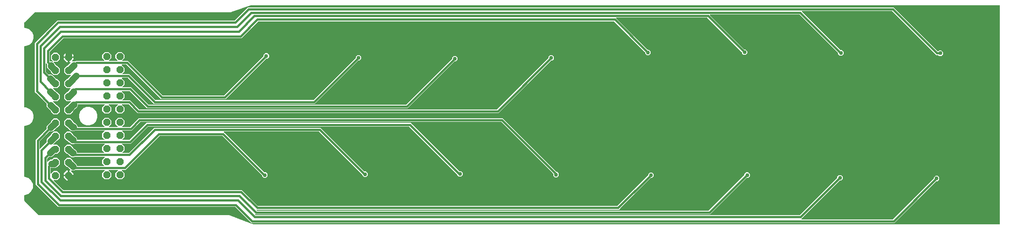
<source format=gbr>
G04 EAGLE Gerber RS-274X export*
G75*
%MOMM*%
%FSLAX34Y34*%
%LPD*%
%INBottom Copper*%
%IPPOS*%
%AMOC8*
5,1,8,0,0,1.08239X$1,22.5*%
G01*
%ADD10P,1.539592X8X112.500000*%
%ADD11C,0.406400*%
%ADD12C,1.270000*%
%ADD13C,0.756400*%

G36*
X1626122Y-50543D02*
X1626122Y-50543D01*
X1626145Y-50544D01*
X1632241Y-50245D01*
X1632242Y-50245D01*
X1632243Y-50245D01*
X1632364Y-50218D01*
X1632482Y-50193D01*
X1632483Y-50193D01*
X1632484Y-50193D01*
X1632588Y-50130D01*
X1632693Y-50068D01*
X1632694Y-50067D01*
X1632695Y-50066D01*
X1632775Y-49972D01*
X1632854Y-49881D01*
X1632854Y-49880D01*
X1632855Y-49879D01*
X1632901Y-49766D01*
X1632946Y-49653D01*
X1632946Y-49652D01*
X1632947Y-49651D01*
X1632965Y-49485D01*
X1632965Y372364D01*
X1632962Y372384D01*
X1632964Y372403D01*
X1632942Y372505D01*
X1632926Y372607D01*
X1632916Y372624D01*
X1632912Y372644D01*
X1632859Y372733D01*
X1632810Y372824D01*
X1632796Y372838D01*
X1632786Y372855D01*
X1632707Y372922D01*
X1632632Y372994D01*
X1632614Y373002D01*
X1632599Y373015D01*
X1632503Y373054D01*
X1632409Y373097D01*
X1632389Y373099D01*
X1632371Y373107D01*
X1632204Y373125D01*
X191684Y373125D01*
X191643Y373119D01*
X191601Y373121D01*
X191448Y373087D01*
X191441Y373086D01*
X191440Y373085D01*
X191438Y373084D01*
X154361Y360400D01*
X154282Y360358D01*
X154200Y360323D01*
X154166Y360296D01*
X154144Y360284D01*
X154122Y360261D01*
X154069Y360218D01*
X153768Y359917D01*
X153076Y359917D01*
X153035Y359911D01*
X152993Y359913D01*
X152840Y359879D01*
X152833Y359878D01*
X152832Y359877D01*
X152830Y359876D01*
X152175Y359652D01*
X151793Y359840D01*
X151707Y359865D01*
X151624Y359899D01*
X151580Y359904D01*
X151557Y359911D01*
X151526Y359910D01*
X151457Y359917D01*
X-224377Y359917D01*
X-224467Y359903D01*
X-224558Y359895D01*
X-224587Y359883D01*
X-224619Y359878D01*
X-224700Y359835D01*
X-224784Y359799D01*
X-224816Y359773D01*
X-224837Y359762D01*
X-224859Y359739D01*
X-224915Y359694D01*
X-244378Y340231D01*
X-244431Y340157D01*
X-244491Y340088D01*
X-244503Y340057D01*
X-244522Y340031D01*
X-244549Y339944D01*
X-244583Y339859D01*
X-244587Y339818D01*
X-244594Y339796D01*
X-244593Y339764D01*
X-244601Y339693D01*
X-244601Y330302D01*
X-244598Y330282D01*
X-244600Y330263D01*
X-244578Y330161D01*
X-244562Y330059D01*
X-244552Y330042D01*
X-244548Y330022D01*
X-244495Y329933D01*
X-244446Y329842D01*
X-244432Y329828D01*
X-244422Y329811D01*
X-244343Y329744D01*
X-244268Y329672D01*
X-244250Y329664D01*
X-244235Y329651D01*
X-244139Y329612D01*
X-244045Y329569D01*
X-244025Y329567D01*
X-244007Y329559D01*
X-243840Y329541D01*
X-241511Y329541D01*
X-235064Y326870D01*
X-230130Y321936D01*
X-227459Y315489D01*
X-227459Y308511D01*
X-230130Y302064D01*
X-235064Y297130D01*
X-241511Y294459D01*
X-243840Y294459D01*
X-243860Y294456D01*
X-243879Y294458D01*
X-243981Y294436D01*
X-244083Y294420D01*
X-244100Y294410D01*
X-244120Y294406D01*
X-244209Y294353D01*
X-244300Y294304D01*
X-244314Y294290D01*
X-244331Y294280D01*
X-244398Y294201D01*
X-244470Y294126D01*
X-244478Y294108D01*
X-244491Y294093D01*
X-244530Y293997D01*
X-244573Y293903D01*
X-244575Y293883D01*
X-244583Y293865D01*
X-244601Y293698D01*
X-244601Y176302D01*
X-244598Y176284D01*
X-244600Y176268D01*
X-244600Y176266D01*
X-244600Y176263D01*
X-244578Y176161D01*
X-244562Y176059D01*
X-244552Y176042D01*
X-244548Y176022D01*
X-244495Y175933D01*
X-244446Y175842D01*
X-244432Y175828D01*
X-244422Y175811D01*
X-244343Y175744D01*
X-244268Y175672D01*
X-244250Y175664D01*
X-244235Y175651D01*
X-244139Y175612D01*
X-244045Y175569D01*
X-244025Y175567D01*
X-244007Y175559D01*
X-243840Y175541D01*
X-241511Y175541D01*
X-235064Y172870D01*
X-230130Y167936D01*
X-227459Y161489D01*
X-227459Y154511D01*
X-230130Y148064D01*
X-235064Y143130D01*
X-241511Y140459D01*
X-243840Y140459D01*
X-243860Y140456D01*
X-243879Y140458D01*
X-243981Y140436D01*
X-244083Y140420D01*
X-244100Y140410D01*
X-244120Y140406D01*
X-244209Y140353D01*
X-244300Y140304D01*
X-244314Y140290D01*
X-244331Y140280D01*
X-244398Y140201D01*
X-244470Y140126D01*
X-244478Y140108D01*
X-244491Y140093D01*
X-244530Y139997D01*
X-244573Y139903D01*
X-244575Y139883D01*
X-244583Y139865D01*
X-244601Y139698D01*
X-244601Y42302D01*
X-244600Y42293D01*
X-244600Y42288D01*
X-244598Y42279D01*
X-244600Y42263D01*
X-244578Y42161D01*
X-244562Y42059D01*
X-244552Y42042D01*
X-244548Y42022D01*
X-244495Y41933D01*
X-244446Y41842D01*
X-244432Y41828D01*
X-244422Y41811D01*
X-244343Y41744D01*
X-244268Y41672D01*
X-244250Y41664D01*
X-244235Y41651D01*
X-244139Y41612D01*
X-244045Y41569D01*
X-244025Y41567D01*
X-244007Y41559D01*
X-243840Y41541D01*
X-242511Y41541D01*
X-236064Y38870D01*
X-231130Y33936D01*
X-228459Y27489D01*
X-228459Y20511D01*
X-231130Y14064D01*
X-236064Y9130D01*
X-242511Y6459D01*
X-243840Y6459D01*
X-243860Y6456D01*
X-243879Y6458D01*
X-243981Y6436D01*
X-244083Y6420D01*
X-244100Y6410D01*
X-244120Y6406D01*
X-244209Y6353D01*
X-244300Y6304D01*
X-244314Y6290D01*
X-244331Y6280D01*
X-244398Y6201D01*
X-244470Y6126D01*
X-244478Y6108D01*
X-244491Y6093D01*
X-244530Y5997D01*
X-244573Y5903D01*
X-244575Y5883D01*
X-244583Y5865D01*
X-244601Y5698D01*
X-244601Y-4413D01*
X-244587Y-4503D01*
X-244579Y-4594D01*
X-244567Y-4623D01*
X-244562Y-4655D01*
X-244519Y-4736D01*
X-244483Y-4820D01*
X-244457Y-4852D01*
X-244446Y-4873D01*
X-244423Y-4895D01*
X-244378Y-4951D01*
X-217295Y-32034D01*
X-217221Y-32087D01*
X-217152Y-32147D01*
X-217121Y-32159D01*
X-217095Y-32178D01*
X-217008Y-32205D01*
X-216923Y-32239D01*
X-216882Y-32243D01*
X-216860Y-32250D01*
X-216828Y-32249D01*
X-216757Y-32257D01*
X146948Y-32257D01*
X147025Y-32245D01*
X147103Y-32241D01*
X147161Y-32222D01*
X147190Y-32218D01*
X147214Y-32205D01*
X147263Y-32189D01*
X147707Y-31987D01*
X148298Y-32209D01*
X148349Y-32219D01*
X148398Y-32239D01*
X148511Y-32251D01*
X148539Y-32257D01*
X148549Y-32256D01*
X148565Y-32257D01*
X149196Y-32257D01*
X149541Y-32602D01*
X149605Y-32648D01*
X149662Y-32701D01*
X149716Y-32728D01*
X149741Y-32746D01*
X149767Y-32754D01*
X149812Y-32777D01*
X190790Y-48143D01*
X190873Y-48160D01*
X190954Y-48185D01*
X190993Y-48184D01*
X191031Y-48191D01*
X191115Y-48181D01*
X191199Y-48178D01*
X191236Y-48165D01*
X191275Y-48160D01*
X191351Y-48123D01*
X191430Y-48094D01*
X191461Y-48069D01*
X191496Y-48052D01*
X191556Y-47993D01*
X191622Y-47940D01*
X191644Y-47907D01*
X191671Y-47880D01*
X191710Y-47804D01*
X191755Y-47733D01*
X191765Y-47695D01*
X191783Y-47661D01*
X191795Y-47577D01*
X191816Y-47495D01*
X191813Y-47456D01*
X191818Y-47417D01*
X191803Y-47334D01*
X191796Y-47250D01*
X191781Y-47214D01*
X191774Y-47175D01*
X191733Y-47101D01*
X191700Y-47023D01*
X191668Y-46984D01*
X191655Y-46960D01*
X191633Y-46939D01*
X191595Y-46892D01*
X161208Y-16505D01*
X161134Y-16452D01*
X161065Y-16393D01*
X161035Y-16380D01*
X161008Y-16362D01*
X160921Y-16335D01*
X160837Y-16301D01*
X160796Y-16296D01*
X160773Y-16289D01*
X160741Y-16290D01*
X160670Y-16282D01*
X-179984Y-16282D01*
X-220256Y23989D01*
X-222562Y26296D01*
X-222562Y113250D01*
X-220256Y115557D01*
X-201691Y134122D01*
X-201623Y134216D01*
X-201553Y134310D01*
X-201551Y134316D01*
X-201547Y134321D01*
X-201513Y134433D01*
X-201477Y134544D01*
X-201477Y134550D01*
X-201475Y134556D01*
X-201478Y134673D01*
X-201479Y134790D01*
X-201481Y134797D01*
X-201481Y134802D01*
X-201488Y134820D01*
X-201526Y134951D01*
X-201706Y135385D01*
X-201706Y138518D01*
X-200507Y141412D01*
X-193645Y148274D01*
X-193592Y148348D01*
X-193532Y148418D01*
X-193520Y148448D01*
X-193501Y148474D01*
X-193474Y148561D01*
X-193440Y148646D01*
X-193436Y148687D01*
X-193429Y148709D01*
X-193430Y148741D01*
X-193422Y148812D01*
X-193422Y149424D01*
X-188363Y154483D01*
X-181208Y154483D01*
X-176148Y149424D01*
X-176148Y142269D01*
X-181208Y137210D01*
X-182121Y137210D01*
X-182211Y137195D01*
X-182302Y137188D01*
X-182331Y137176D01*
X-182363Y137170D01*
X-182444Y137128D01*
X-182528Y137092D01*
X-182560Y137066D01*
X-182581Y137055D01*
X-182603Y137032D01*
X-182659Y136987D01*
X-189370Y130276D01*
X-192264Y129077D01*
X-195397Y129077D01*
X-195831Y129257D01*
X-195945Y129283D01*
X-196058Y129312D01*
X-196065Y129311D01*
X-196071Y129313D01*
X-196187Y129302D01*
X-196304Y129293D01*
X-196309Y129290D01*
X-196316Y129290D01*
X-196423Y129242D01*
X-196530Y129196D01*
X-196536Y129192D01*
X-196540Y129190D01*
X-196554Y129177D01*
X-196661Y129092D01*
X-215226Y110527D01*
X-215279Y110453D01*
X-215338Y110383D01*
X-215350Y110353D01*
X-215369Y110327D01*
X-215396Y110240D01*
X-215430Y110155D01*
X-215435Y110114D01*
X-215442Y110092D01*
X-215441Y110060D01*
X-215449Y109988D01*
X-215449Y96554D01*
X-215437Y96483D01*
X-215435Y96412D01*
X-215417Y96363D01*
X-215409Y96311D01*
X-215375Y96248D01*
X-215351Y96181D01*
X-215318Y96140D01*
X-215294Y96094D01*
X-215242Y96045D01*
X-215197Y95989D01*
X-215153Y95960D01*
X-215116Y95925D01*
X-215051Y95894D01*
X-214990Y95856D01*
X-214940Y95843D01*
X-214892Y95821D01*
X-214821Y95813D01*
X-214752Y95796D01*
X-214700Y95800D01*
X-214648Y95794D01*
X-214578Y95809D01*
X-214506Y95815D01*
X-214459Y95835D01*
X-214408Y95846D01*
X-214346Y95883D01*
X-214280Y95911D01*
X-214224Y95956D01*
X-214197Y95972D01*
X-214181Y95990D01*
X-214149Y96016D01*
X-201904Y108261D01*
X-201836Y108356D01*
X-201766Y108450D01*
X-201764Y108456D01*
X-201760Y108461D01*
X-201726Y108572D01*
X-201690Y108684D01*
X-201690Y108690D01*
X-201688Y108696D01*
X-201691Y108813D01*
X-201692Y108930D01*
X-201694Y108937D01*
X-201694Y108942D01*
X-201701Y108959D01*
X-201739Y109091D01*
X-201919Y109525D01*
X-201919Y112658D01*
X-200720Y115552D01*
X-193645Y122627D01*
X-193592Y122701D01*
X-193532Y122770D01*
X-193520Y122800D01*
X-193501Y122826D01*
X-193474Y122914D01*
X-193440Y122998D01*
X-193436Y123039D01*
X-193429Y123062D01*
X-193430Y123094D01*
X-193422Y123165D01*
X-193422Y124024D01*
X-188363Y129083D01*
X-181208Y129083D01*
X-176148Y124024D01*
X-176148Y116869D01*
X-181208Y111810D01*
X-181873Y111810D01*
X-181963Y111795D01*
X-182054Y111788D01*
X-182084Y111776D01*
X-182116Y111770D01*
X-182197Y111728D01*
X-182280Y111692D01*
X-182313Y111666D01*
X-182333Y111655D01*
X-182355Y111632D01*
X-182411Y111587D01*
X-189015Y104983D01*
X-189057Y104925D01*
X-189107Y104873D01*
X-189129Y104825D01*
X-189159Y104783D01*
X-189180Y104715D01*
X-189210Y104650D01*
X-189216Y104598D01*
X-189231Y104548D01*
X-189229Y104476D01*
X-189237Y104405D01*
X-189226Y104354D01*
X-189225Y104302D01*
X-189200Y104235D01*
X-189185Y104165D01*
X-189158Y104120D01*
X-189141Y104071D01*
X-189096Y104015D01*
X-189059Y103954D01*
X-189019Y103920D01*
X-188987Y103879D01*
X-188927Y103841D01*
X-188872Y103794D01*
X-188824Y103774D01*
X-188780Y103746D01*
X-188710Y103729D01*
X-188644Y103702D01*
X-188573Y103694D01*
X-188541Y103686D01*
X-188518Y103688D01*
X-188477Y103683D01*
X-181208Y103683D01*
X-176148Y98624D01*
X-176148Y91469D01*
X-181208Y86410D01*
X-185105Y86410D01*
X-185195Y86395D01*
X-185286Y86388D01*
X-185315Y86376D01*
X-185347Y86370D01*
X-185428Y86328D01*
X-185512Y86292D01*
X-185544Y86266D01*
X-185565Y86255D01*
X-185587Y86232D01*
X-185643Y86187D01*
X-190538Y81292D01*
X-193432Y80093D01*
X-196565Y80093D01*
X-196999Y80273D01*
X-197113Y80299D01*
X-197226Y80328D01*
X-197232Y80327D01*
X-197239Y80329D01*
X-197355Y80318D01*
X-197471Y80309D01*
X-197477Y80306D01*
X-197483Y80306D01*
X-197591Y80258D01*
X-197698Y80212D01*
X-197704Y80208D01*
X-197708Y80206D01*
X-197722Y80193D01*
X-197829Y80108D01*
X-200335Y77602D01*
X-200388Y77528D01*
X-200447Y77458D01*
X-200459Y77428D01*
X-200478Y77402D01*
X-200505Y77315D01*
X-200539Y77230D01*
X-200544Y77189D01*
X-200551Y77167D01*
X-200550Y77135D01*
X-200558Y77063D01*
X-200558Y71403D01*
X-200542Y71307D01*
X-200533Y71210D01*
X-200522Y71186D01*
X-200518Y71160D01*
X-200473Y71074D01*
X-200433Y70985D01*
X-200415Y70966D01*
X-200403Y70942D01*
X-200332Y70876D01*
X-200266Y70804D01*
X-200243Y70791D01*
X-200224Y70773D01*
X-200136Y70732D01*
X-200051Y70685D01*
X-200025Y70680D01*
X-200001Y70669D01*
X-199905Y70659D01*
X-199809Y70641D01*
X-199783Y70645D01*
X-199757Y70642D01*
X-199662Y70663D01*
X-199565Y70677D01*
X-199542Y70689D01*
X-199517Y70695D01*
X-199433Y70745D01*
X-199346Y70789D01*
X-199328Y70807D01*
X-199305Y70821D01*
X-199242Y70895D01*
X-199174Y70964D01*
X-199158Y70993D01*
X-199146Y71008D01*
X-199133Y71039D01*
X-199093Y71111D01*
X-198941Y71479D01*
X-196726Y73694D01*
X-193831Y74893D01*
X-192068Y74893D01*
X-191978Y74908D01*
X-191887Y74915D01*
X-191858Y74928D01*
X-191826Y74933D01*
X-191745Y74975D01*
X-191661Y75011D01*
X-191629Y75037D01*
X-191608Y75048D01*
X-191586Y75071D01*
X-191530Y75116D01*
X-188363Y78283D01*
X-181208Y78283D01*
X-176148Y73224D01*
X-176148Y66069D01*
X-181208Y61010D01*
X-181970Y61010D01*
X-182060Y60995D01*
X-182151Y60988D01*
X-182181Y60976D01*
X-182213Y60970D01*
X-182293Y60928D01*
X-182377Y60892D01*
X-182409Y60866D01*
X-182430Y60855D01*
X-182452Y60832D01*
X-182508Y60787D01*
X-182953Y60342D01*
X-185847Y59144D01*
X-193472Y59144D01*
X-193492Y59140D01*
X-193511Y59143D01*
X-193613Y59121D01*
X-193715Y59104D01*
X-193732Y59095D01*
X-193752Y59090D01*
X-193841Y59037D01*
X-193932Y58989D01*
X-193946Y58974D01*
X-193963Y58964D01*
X-194030Y58885D01*
X-194101Y58810D01*
X-194110Y58792D01*
X-194123Y58777D01*
X-194161Y58681D01*
X-194205Y58587D01*
X-194207Y58568D01*
X-194215Y58549D01*
X-194233Y58382D01*
X-194233Y48851D01*
X-194222Y48780D01*
X-194220Y48708D01*
X-194202Y48659D01*
X-194193Y48608D01*
X-194160Y48545D01*
X-194135Y48477D01*
X-194103Y48437D01*
X-194078Y48391D01*
X-194026Y48341D01*
X-193981Y48285D01*
X-193938Y48257D01*
X-193900Y48221D01*
X-193835Y48191D01*
X-193775Y48152D01*
X-193724Y48140D01*
X-193677Y48118D01*
X-193606Y48110D01*
X-193536Y48092D01*
X-193484Y48096D01*
X-193432Y48090D01*
X-193362Y48106D01*
X-193291Y48111D01*
X-193243Y48132D01*
X-193192Y48143D01*
X-193130Y48180D01*
X-193065Y48208D01*
X-193009Y48252D01*
X-192981Y48269D01*
X-192966Y48287D01*
X-192934Y48312D01*
X-188363Y52883D01*
X-181208Y52883D01*
X-176148Y47824D01*
X-176148Y40669D01*
X-181208Y35610D01*
X-187391Y35610D01*
X-187461Y35598D01*
X-187533Y35597D01*
X-187582Y35579D01*
X-187633Y35570D01*
X-187697Y35537D01*
X-187764Y35512D01*
X-187805Y35480D01*
X-187851Y35455D01*
X-187900Y35403D01*
X-187956Y35358D01*
X-187984Y35315D01*
X-188020Y35277D01*
X-188050Y35212D01*
X-188089Y35152D01*
X-188102Y35101D01*
X-188124Y35054D01*
X-188132Y34983D01*
X-188149Y34913D01*
X-188145Y34861D01*
X-188151Y34809D01*
X-188136Y34739D01*
X-188130Y34668D01*
X-188110Y34620D01*
X-188099Y34569D01*
X-188062Y34507D01*
X-188034Y34441D01*
X-187989Y34386D01*
X-187972Y34358D01*
X-187955Y34343D01*
X-187929Y34310D01*
X-170124Y16505D01*
X-170050Y16452D01*
X-169980Y16393D01*
X-169950Y16380D01*
X-169924Y16362D01*
X-169837Y16335D01*
X-169752Y16301D01*
X-169711Y16296D01*
X-169689Y16289D01*
X-169657Y16290D01*
X-169585Y16282D01*
X174066Y16282D01*
X204882Y-14534D01*
X204956Y-14587D01*
X205025Y-14646D01*
X205056Y-14658D01*
X205082Y-14677D01*
X205169Y-14704D01*
X205254Y-14738D01*
X205295Y-14743D01*
X205317Y-14750D01*
X205349Y-14749D01*
X205420Y-14757D01*
X896533Y-14757D01*
X896623Y-14742D01*
X896714Y-14735D01*
X896744Y-14722D01*
X896776Y-14717D01*
X896857Y-14674D01*
X896941Y-14639D01*
X896973Y-14613D01*
X896993Y-14602D01*
X897016Y-14578D01*
X897071Y-14534D01*
X955911Y44306D01*
X955964Y44380D01*
X956024Y44449D01*
X956036Y44479D01*
X956055Y44506D01*
X956081Y44593D01*
X956116Y44677D01*
X956120Y44718D01*
X956127Y44741D01*
X956126Y44773D01*
X956134Y44844D01*
X956134Y47004D01*
X959243Y50112D01*
X963639Y50112D01*
X966748Y47004D01*
X966748Y42607D01*
X963639Y39499D01*
X961479Y39499D01*
X961389Y39484D01*
X961298Y39477D01*
X961269Y39464D01*
X961237Y39459D01*
X961156Y39416D01*
X961072Y39381D01*
X961040Y39355D01*
X961019Y39344D01*
X960997Y39321D01*
X960941Y39276D01*
X902101Y-19564D01*
X899795Y-21870D01*
X203007Y-21870D01*
X202936Y-21882D01*
X202865Y-21884D01*
X202816Y-21901D01*
X202765Y-21910D01*
X202701Y-21943D01*
X202634Y-21968D01*
X202593Y-22001D01*
X202547Y-22025D01*
X202498Y-22077D01*
X202442Y-22122D01*
X202414Y-22166D01*
X202378Y-22203D01*
X202348Y-22268D01*
X202309Y-22329D01*
X202296Y-22379D01*
X202274Y-22426D01*
X202266Y-22498D01*
X202249Y-22567D01*
X202253Y-22619D01*
X202247Y-22671D01*
X202262Y-22741D01*
X202268Y-22813D01*
X202288Y-22860D01*
X202299Y-22911D01*
X202336Y-22973D01*
X202364Y-23039D01*
X202409Y-23095D01*
X202426Y-23122D01*
X202443Y-23138D01*
X202469Y-23170D01*
X202571Y-23271D01*
X202645Y-23325D01*
X202714Y-23384D01*
X202744Y-23396D01*
X202771Y-23415D01*
X202857Y-23442D01*
X202942Y-23476D01*
X202983Y-23480D01*
X203006Y-23487D01*
X203038Y-23486D01*
X203109Y-23494D01*
X1072200Y-23494D01*
X1072290Y-23480D01*
X1072381Y-23472D01*
X1072410Y-23460D01*
X1072442Y-23455D01*
X1072523Y-23412D01*
X1072607Y-23376D01*
X1072639Y-23350D01*
X1072660Y-23339D01*
X1072682Y-23316D01*
X1072738Y-23271D01*
X1141077Y45068D01*
X1141130Y45142D01*
X1141190Y45211D01*
X1141202Y45241D01*
X1141221Y45268D01*
X1141247Y45355D01*
X1141282Y45439D01*
X1141286Y45480D01*
X1141293Y45503D01*
X1141292Y45535D01*
X1141300Y45606D01*
X1141300Y47258D01*
X1144409Y50366D01*
X1148805Y50366D01*
X1151914Y47258D01*
X1151914Y42861D01*
X1148805Y39753D01*
X1146137Y39753D01*
X1146047Y39738D01*
X1145956Y39731D01*
X1145927Y39718D01*
X1145895Y39713D01*
X1145814Y39670D01*
X1145730Y39635D01*
X1145698Y39609D01*
X1145677Y39598D01*
X1145655Y39575D01*
X1145599Y39530D01*
X1077768Y-28301D01*
X1075461Y-30608D01*
X199807Y-30608D01*
X199736Y-30619D01*
X199664Y-30621D01*
X199615Y-30639D01*
X199564Y-30647D01*
X199501Y-30681D01*
X199433Y-30706D01*
X199393Y-30738D01*
X199347Y-30763D01*
X199297Y-30814D01*
X199241Y-30859D01*
X199213Y-30903D01*
X199177Y-30941D01*
X199147Y-31006D01*
X199108Y-31066D01*
X199096Y-31117D01*
X199074Y-31164D01*
X199066Y-31235D01*
X199048Y-31305D01*
X199052Y-31357D01*
X199047Y-31408D01*
X199062Y-31479D01*
X199068Y-31550D01*
X199088Y-31598D01*
X199099Y-31649D01*
X199136Y-31710D01*
X199164Y-31776D01*
X199209Y-31832D01*
X199225Y-31860D01*
X199243Y-31875D01*
X199269Y-31907D01*
X199574Y-32212D01*
X199648Y-32265D01*
X199717Y-32325D01*
X199747Y-32337D01*
X199773Y-32356D01*
X199860Y-32382D01*
X199945Y-32417D01*
X199986Y-32421D01*
X200008Y-32428D01*
X200041Y-32427D01*
X200112Y-32435D01*
X1247637Y-32435D01*
X1247728Y-32420D01*
X1247818Y-32413D01*
X1247848Y-32401D01*
X1247880Y-32395D01*
X1247961Y-32353D01*
X1248045Y-32317D01*
X1248077Y-32291D01*
X1248098Y-32280D01*
X1248120Y-32257D01*
X1248176Y-32212D01*
X1319690Y39302D01*
X1319743Y39376D01*
X1319802Y39445D01*
X1319815Y39476D01*
X1319833Y39502D01*
X1319860Y39589D01*
X1319894Y39674D01*
X1319899Y39715D01*
X1319906Y39737D01*
X1319905Y39769D01*
X1319913Y39840D01*
X1319913Y41975D01*
X1323021Y45083D01*
X1327418Y45083D01*
X1330526Y41975D01*
X1330526Y37578D01*
X1327418Y34470D01*
X1325233Y34470D01*
X1325143Y34455D01*
X1325052Y34448D01*
X1325022Y34435D01*
X1324990Y34430D01*
X1324909Y34387D01*
X1324825Y34352D01*
X1324793Y34326D01*
X1324773Y34315D01*
X1324750Y34291D01*
X1324695Y34247D01*
X1251184Y-39264D01*
X1251142Y-39322D01*
X1251093Y-39374D01*
X1251071Y-39421D01*
X1251041Y-39463D01*
X1251020Y-39532D01*
X1250989Y-39597D01*
X1250984Y-39649D01*
X1250968Y-39698D01*
X1250970Y-39770D01*
X1250962Y-39841D01*
X1250973Y-39892D01*
X1250975Y-39944D01*
X1250999Y-40012D01*
X1251015Y-40082D01*
X1251041Y-40126D01*
X1251059Y-40175D01*
X1251104Y-40231D01*
X1251141Y-40293D01*
X1251180Y-40327D01*
X1251213Y-40367D01*
X1251273Y-40406D01*
X1251328Y-40453D01*
X1251376Y-40472D01*
X1251420Y-40500D01*
X1251489Y-40518D01*
X1251556Y-40545D01*
X1251627Y-40553D01*
X1251658Y-40560D01*
X1251682Y-40559D01*
X1251723Y-40563D01*
X1426885Y-40563D01*
X1426975Y-40548D01*
X1427066Y-40541D01*
X1427096Y-40529D01*
X1427128Y-40523D01*
X1427209Y-40481D01*
X1427293Y-40445D01*
X1427325Y-40419D01*
X1427345Y-40408D01*
X1427368Y-40385D01*
X1427423Y-40340D01*
X1505618Y37854D01*
X1505671Y37928D01*
X1505730Y37998D01*
X1505743Y38028D01*
X1505761Y38054D01*
X1505788Y38141D01*
X1505822Y38226D01*
X1505827Y38267D01*
X1505834Y38289D01*
X1505833Y38321D01*
X1505841Y38393D01*
X1505841Y40705D01*
X1508949Y43813D01*
X1513346Y43813D01*
X1516454Y40705D01*
X1516454Y36308D01*
X1513346Y33200D01*
X1511339Y33200D01*
X1511248Y33185D01*
X1511158Y33178D01*
X1511128Y33165D01*
X1511096Y33160D01*
X1511015Y33117D01*
X1510931Y33082D01*
X1510899Y33056D01*
X1510878Y33045D01*
X1510872Y33038D01*
X1510871Y33037D01*
X1510855Y33020D01*
X1510800Y32977D01*
X1430147Y-47677D01*
X193743Y-47677D01*
X193635Y-47694D01*
X193525Y-47708D01*
X193513Y-47714D01*
X193500Y-47716D01*
X193403Y-47768D01*
X193304Y-47816D01*
X193294Y-47825D01*
X193283Y-47831D01*
X193207Y-47911D01*
X193128Y-47988D01*
X193123Y-48000D01*
X193113Y-48010D01*
X193067Y-48110D01*
X193017Y-48208D01*
X193015Y-48221D01*
X193010Y-48233D01*
X192998Y-48342D01*
X192982Y-48451D01*
X192984Y-48464D01*
X192983Y-48477D01*
X193006Y-48585D01*
X193026Y-48693D01*
X193032Y-48705D01*
X193035Y-48718D01*
X193091Y-48812D01*
X193145Y-48909D01*
X193154Y-48917D01*
X193161Y-48929D01*
X193245Y-49000D01*
X193326Y-49075D01*
X193340Y-49082D01*
X193348Y-49089D01*
X193374Y-49099D01*
X193476Y-49151D01*
X197066Y-50497D01*
X197117Y-50507D01*
X197166Y-50527D01*
X197279Y-50539D01*
X197307Y-50545D01*
X197317Y-50544D01*
X197333Y-50545D01*
X1626108Y-50545D01*
X1626122Y-50543D01*
G37*
%LPC*%
G36*
X-188363Y162610D02*
X-188363Y162610D01*
X-193422Y167669D01*
X-193422Y168381D01*
X-193437Y168471D01*
X-193444Y168562D01*
X-193456Y168592D01*
X-193462Y168624D01*
X-193504Y168704D01*
X-193540Y168788D01*
X-193566Y168820D01*
X-193577Y168841D01*
X-193600Y168863D01*
X-193645Y168919D01*
X-200656Y175930D01*
X-201855Y178824D01*
X-201855Y181957D01*
X-201675Y182391D01*
X-201648Y182505D01*
X-201620Y182618D01*
X-201620Y182625D01*
X-201619Y182631D01*
X-201630Y182747D01*
X-201639Y182863D01*
X-201641Y182869D01*
X-201642Y182875D01*
X-201689Y182983D01*
X-201735Y183090D01*
X-201740Y183096D01*
X-201742Y183100D01*
X-201754Y183114D01*
X-201840Y183221D01*
X-221957Y203338D01*
X-221958Y203339D01*
X-224264Y205645D01*
X-224264Y300152D01*
X-180855Y343561D01*
X159374Y343561D01*
X159465Y343576D01*
X159555Y343583D01*
X159585Y343596D01*
X159617Y343601D01*
X159698Y343644D01*
X159782Y343679D01*
X159814Y343705D01*
X159835Y343716D01*
X159857Y343739D01*
X159913Y343784D01*
X185242Y369114D01*
X1428496Y369114D01*
X1513312Y284297D01*
X1513386Y284244D01*
X1513456Y284185D01*
X1513486Y284173D01*
X1513512Y284154D01*
X1513599Y284127D01*
X1513684Y284093D01*
X1513725Y284088D01*
X1513747Y284081D01*
X1513779Y284082D01*
X1513851Y284074D01*
X1513945Y284074D01*
X1514035Y284089D01*
X1514126Y284096D01*
X1514156Y284109D01*
X1514188Y284114D01*
X1514269Y284157D01*
X1514353Y284192D01*
X1514385Y284218D01*
X1514405Y284229D01*
X1514428Y284253D01*
X1514484Y284297D01*
X1516011Y285824D01*
X1520407Y285824D01*
X1523516Y282716D01*
X1523516Y278319D01*
X1520407Y275211D01*
X1516011Y275211D01*
X1514484Y276738D01*
X1514410Y276791D01*
X1514340Y276850D01*
X1514310Y276863D01*
X1514284Y276881D01*
X1514197Y276908D01*
X1514112Y276942D01*
X1514071Y276947D01*
X1514049Y276954D01*
X1514017Y276953D01*
X1513945Y276961D01*
X1510589Y276961D01*
X1425772Y361777D01*
X1425699Y361830D01*
X1425629Y361890D01*
X1425599Y361902D01*
X1425573Y361921D01*
X1425486Y361947D01*
X1425401Y361982D01*
X1425360Y361986D01*
X1425338Y361993D01*
X1425305Y361992D01*
X1425234Y362000D01*
X1252688Y362000D01*
X1252617Y361989D01*
X1252545Y361987D01*
X1252496Y361969D01*
X1252445Y361960D01*
X1252382Y361927D01*
X1252314Y361902D01*
X1252274Y361870D01*
X1252228Y361845D01*
X1252178Y361793D01*
X1252122Y361748D01*
X1252094Y361705D01*
X1252058Y361667D01*
X1252028Y361602D01*
X1251989Y361542D01*
X1251977Y361491D01*
X1251955Y361444D01*
X1251947Y361373D01*
X1251929Y361303D01*
X1251933Y361251D01*
X1251927Y361199D01*
X1251943Y361129D01*
X1251948Y361058D01*
X1251969Y361010D01*
X1251980Y360959D01*
X1252017Y360897D01*
X1252045Y360831D01*
X1252089Y360776D01*
X1252106Y360748D01*
X1252124Y360733D01*
X1252149Y360701D01*
X1252494Y360356D01*
X1252495Y360355D01*
X1326063Y286787D01*
X1326137Y286733D01*
X1326207Y286674D01*
X1326237Y286662D01*
X1326263Y286643D01*
X1326350Y286616D01*
X1326435Y286582D01*
X1326476Y286577D01*
X1326498Y286571D01*
X1326530Y286571D01*
X1326602Y286564D01*
X1329094Y286564D01*
X1332203Y283455D01*
X1332203Y279059D01*
X1329094Y275950D01*
X1324698Y275950D01*
X1321589Y279059D01*
X1321589Y280885D01*
X1321575Y280976D01*
X1321567Y281066D01*
X1321555Y281096D01*
X1321550Y281128D01*
X1321507Y281209D01*
X1321471Y281293D01*
X1321445Y281325D01*
X1321434Y281346D01*
X1321411Y281368D01*
X1321366Y281424D01*
X1247465Y355325D01*
X1247391Y355379D01*
X1247321Y355438D01*
X1247291Y355450D01*
X1247265Y355469D01*
X1247178Y355496D01*
X1247093Y355530D01*
X1247052Y355535D01*
X1247030Y355541D01*
X1246998Y355541D01*
X1246926Y355548D01*
X1075497Y355548D01*
X1075427Y355537D01*
X1075355Y355535D01*
X1075306Y355517D01*
X1075255Y355509D01*
X1075191Y355475D01*
X1075124Y355451D01*
X1075083Y355418D01*
X1075037Y355394D01*
X1074988Y355342D01*
X1074932Y355297D01*
X1074904Y355253D01*
X1074868Y355215D01*
X1074838Y355150D01*
X1074799Y355090D01*
X1074786Y355039D01*
X1074764Y354992D01*
X1074756Y354921D01*
X1074739Y354851D01*
X1074743Y354799D01*
X1074737Y354748D01*
X1074752Y354678D01*
X1074758Y354606D01*
X1074778Y354558D01*
X1074789Y354507D01*
X1074826Y354446D01*
X1074854Y354380D01*
X1074899Y354324D01*
X1074916Y354296D01*
X1074933Y354281D01*
X1074959Y354249D01*
X1075228Y353980D01*
X1141230Y287978D01*
X1141304Y287925D01*
X1141374Y287865D01*
X1141404Y287853D01*
X1141430Y287834D01*
X1141517Y287807D01*
X1141602Y287773D01*
X1141643Y287769D01*
X1141665Y287762D01*
X1141697Y287763D01*
X1141769Y287755D01*
X1143928Y287755D01*
X1147037Y284646D01*
X1147037Y280250D01*
X1143928Y277141D01*
X1139532Y277141D01*
X1136423Y280250D01*
X1136423Y282409D01*
X1136409Y282499D01*
X1136401Y282590D01*
X1136389Y282620D01*
X1136384Y282652D01*
X1136341Y282733D01*
X1136305Y282817D01*
X1136279Y282849D01*
X1136268Y282870D01*
X1136245Y282892D01*
X1136200Y282948D01*
X1070198Y348950D01*
X1070124Y349003D01*
X1070055Y349063D01*
X1070024Y349075D01*
X1069998Y349094D01*
X1069911Y349120D01*
X1069826Y349155D01*
X1069785Y349159D01*
X1069763Y349166D01*
X1069731Y349165D01*
X1069660Y349173D01*
X895183Y349173D01*
X895112Y349161D01*
X895040Y349160D01*
X894991Y349142D01*
X894940Y349133D01*
X894877Y349100D01*
X894809Y349075D01*
X894769Y349043D01*
X894723Y349018D01*
X894673Y348966D01*
X894617Y348921D01*
X894589Y348878D01*
X894553Y348840D01*
X894523Y348775D01*
X894484Y348715D01*
X894472Y348664D01*
X894450Y348617D01*
X894442Y348546D01*
X894424Y348476D01*
X894428Y348424D01*
X894423Y348372D01*
X894438Y348302D01*
X894443Y348231D01*
X894464Y348183D01*
X894475Y348132D01*
X894512Y348070D01*
X894540Y348004D01*
X894584Y347948D01*
X894601Y347921D01*
X894619Y347906D01*
X894644Y347874D01*
X895574Y346944D01*
X955048Y287470D01*
X955122Y287417D01*
X955192Y287357D01*
X955222Y287345D01*
X955248Y287326D01*
X955335Y287299D01*
X955420Y287265D01*
X955461Y287261D01*
X955483Y287254D01*
X955515Y287255D01*
X955587Y287247D01*
X957746Y287247D01*
X960855Y284138D01*
X960855Y279742D01*
X957746Y276633D01*
X953350Y276633D01*
X950241Y279742D01*
X950241Y281901D01*
X950227Y281992D01*
X950219Y282082D01*
X950207Y282112D01*
X950202Y282144D01*
X950159Y282225D01*
X950123Y282309D01*
X950097Y282341D01*
X950086Y282362D01*
X950063Y282384D01*
X950018Y282440D01*
X890544Y341914D01*
X890470Y341967D01*
X890400Y342027D01*
X890370Y342039D01*
X890344Y342058D01*
X890257Y342085D01*
X890172Y342119D01*
X890131Y342123D01*
X890109Y342130D01*
X890077Y342129D01*
X890005Y342137D01*
X205827Y342137D01*
X205737Y342123D01*
X205646Y342115D01*
X205616Y342103D01*
X205584Y342098D01*
X205503Y342055D01*
X205419Y342019D01*
X205387Y341993D01*
X205367Y341982D01*
X205344Y341959D01*
X205289Y341914D01*
X172974Y309600D01*
X-169458Y309600D01*
X-169548Y309585D01*
X-169639Y309578D01*
X-169669Y309565D01*
X-169701Y309560D01*
X-169782Y309517D01*
X-169866Y309482D01*
X-169898Y309456D01*
X-169918Y309445D01*
X-169941Y309422D01*
X-169996Y309377D01*
X-195890Y283484D01*
X-195943Y283410D01*
X-196002Y283340D01*
X-196014Y283310D01*
X-196033Y283284D01*
X-196060Y283197D01*
X-196094Y283112D01*
X-196099Y283071D01*
X-196106Y283049D01*
X-196105Y283017D01*
X-196113Y282945D01*
X-196113Y265263D01*
X-196098Y265173D01*
X-196091Y265082D01*
X-196078Y265052D01*
X-196073Y265020D01*
X-196030Y264939D01*
X-195995Y264855D01*
X-195969Y264823D01*
X-195958Y264803D01*
X-195934Y264780D01*
X-195890Y264724D01*
X-195845Y264679D01*
X-195750Y264611D01*
X-195656Y264541D01*
X-195650Y264539D01*
X-195645Y264536D01*
X-195533Y264502D01*
X-195422Y264465D01*
X-195416Y264465D01*
X-195410Y264463D01*
X-195293Y264467D01*
X-195176Y264468D01*
X-195169Y264470D01*
X-195164Y264470D01*
X-195146Y264476D01*
X-195015Y264514D01*
X-194581Y264694D01*
X-191448Y264694D01*
X-190543Y264319D01*
X-190448Y264297D01*
X-190355Y264268D01*
X-190329Y264269D01*
X-190303Y264263D01*
X-190206Y264272D01*
X-190109Y264275D01*
X-190084Y264284D01*
X-190058Y264286D01*
X-189969Y264326D01*
X-189878Y264359D01*
X-189858Y264375D01*
X-189834Y264386D01*
X-189762Y264452D01*
X-189686Y264513D01*
X-189672Y264535D01*
X-189653Y264552D01*
X-189606Y264638D01*
X-189553Y264720D01*
X-189547Y264745D01*
X-189534Y264768D01*
X-189517Y264864D01*
X-189493Y264958D01*
X-189495Y264984D01*
X-189490Y265010D01*
X-189504Y265106D01*
X-189512Y265203D01*
X-189522Y265227D01*
X-189526Y265253D01*
X-189570Y265340D01*
X-189608Y265430D01*
X-189629Y265455D01*
X-189638Y265473D01*
X-189661Y265496D01*
X-189713Y265561D01*
X-193422Y269269D01*
X-193422Y276424D01*
X-188363Y281483D01*
X-181208Y281483D01*
X-176148Y276424D01*
X-176148Y269269D01*
X-181208Y264210D01*
X-187431Y264210D01*
X-187502Y264198D01*
X-187573Y264197D01*
X-187622Y264179D01*
X-187674Y264170D01*
X-187737Y264137D01*
X-187804Y264112D01*
X-187845Y264080D01*
X-187891Y264055D01*
X-187940Y264003D01*
X-187996Y263958D01*
X-188025Y263915D01*
X-188060Y263877D01*
X-188091Y263812D01*
X-188129Y263752D01*
X-188142Y263701D01*
X-188164Y263654D01*
X-188172Y263583D01*
X-188189Y263513D01*
X-188185Y263461D01*
X-188191Y263409D01*
X-188176Y263339D01*
X-188170Y263268D01*
X-188150Y263220D01*
X-188139Y263169D01*
X-188102Y263107D01*
X-188074Y263041D01*
X-188029Y262985D01*
X-188013Y262958D01*
X-187995Y262943D01*
X-187969Y262910D01*
X-186339Y261280D01*
X-185588Y259469D01*
X-185554Y259413D01*
X-185528Y259353D01*
X-185476Y259288D01*
X-185459Y259260D01*
X-185444Y259247D01*
X-185423Y259222D01*
X-182508Y256306D01*
X-182434Y256253D01*
X-182365Y256194D01*
X-182335Y256182D01*
X-182308Y256163D01*
X-182221Y256136D01*
X-182137Y256102D01*
X-182096Y256097D01*
X-182073Y256091D01*
X-182041Y256091D01*
X-181970Y256083D01*
X-181208Y256083D01*
X-176148Y251024D01*
X-176148Y243869D01*
X-181208Y238810D01*
X-188363Y238810D01*
X-193422Y243869D01*
X-193422Y244632D01*
X-193437Y244722D01*
X-193444Y244813D01*
X-193456Y244842D01*
X-193462Y244874D01*
X-193504Y244955D01*
X-193540Y245039D01*
X-193566Y245071D01*
X-193577Y245092D01*
X-193600Y245114D01*
X-193645Y245170D01*
X-199690Y251216D01*
X-200889Y254110D01*
X-200889Y258386D01*
X-200710Y258820D01*
X-200683Y258934D01*
X-200654Y259047D01*
X-200655Y259053D01*
X-200653Y259059D01*
X-200664Y259176D01*
X-200673Y259292D01*
X-200676Y259298D01*
X-200677Y259304D01*
X-200724Y259411D01*
X-200770Y259518D01*
X-200774Y259524D01*
X-200777Y259529D01*
X-200789Y259543D01*
X-200875Y259649D01*
X-200920Y259694D01*
X-202179Y260954D01*
X-202237Y260996D01*
X-202289Y261045D01*
X-202337Y261067D01*
X-202379Y261098D01*
X-202447Y261119D01*
X-202512Y261149D01*
X-202564Y261155D01*
X-202614Y261170D01*
X-202686Y261168D01*
X-202757Y261176D01*
X-202808Y261165D01*
X-202860Y261164D01*
X-202927Y261139D01*
X-202997Y261124D01*
X-203042Y261097D01*
X-203091Y261079D01*
X-203147Y261034D01*
X-203208Y260997D01*
X-203242Y260958D01*
X-203283Y260925D01*
X-203322Y260865D01*
X-203368Y260811D01*
X-203388Y260762D01*
X-203416Y260718D01*
X-203433Y260649D01*
X-203460Y260582D01*
X-203468Y260511D01*
X-203476Y260480D01*
X-203474Y260457D01*
X-203479Y260416D01*
X-203479Y245146D01*
X-203464Y245056D01*
X-203457Y244965D01*
X-203444Y244935D01*
X-203439Y244903D01*
X-203396Y244823D01*
X-203361Y244739D01*
X-203335Y244707D01*
X-203324Y244686D01*
X-203301Y244664D01*
X-203256Y244608D01*
X-198207Y239559D01*
X-198112Y239491D01*
X-198018Y239421D01*
X-198012Y239419D01*
X-198007Y239415D01*
X-197896Y239381D01*
X-197784Y239345D01*
X-197778Y239345D01*
X-197772Y239343D01*
X-197655Y239346D01*
X-197538Y239347D01*
X-197531Y239349D01*
X-197526Y239349D01*
X-197509Y239356D01*
X-197377Y239394D01*
X-196943Y239574D01*
X-193810Y239574D01*
X-190916Y238375D01*
X-183448Y230906D01*
X-183374Y230853D01*
X-183304Y230794D01*
X-183274Y230782D01*
X-183248Y230763D01*
X-183161Y230736D01*
X-183076Y230702D01*
X-183035Y230697D01*
X-183013Y230691D01*
X-182981Y230691D01*
X-182910Y230683D01*
X-181208Y230683D01*
X-176148Y225624D01*
X-176148Y218469D01*
X-181208Y213410D01*
X-188498Y213410D01*
X-188568Y213398D01*
X-188640Y213397D01*
X-188689Y213379D01*
X-188740Y213370D01*
X-188804Y213337D01*
X-188871Y213312D01*
X-188912Y213280D01*
X-188958Y213255D01*
X-189007Y213203D01*
X-189063Y213158D01*
X-189091Y213115D01*
X-189127Y213077D01*
X-189157Y213012D01*
X-189196Y212952D01*
X-189209Y212901D01*
X-189231Y212854D01*
X-189239Y212783D01*
X-189256Y212713D01*
X-189252Y212661D01*
X-189258Y212609D01*
X-189243Y212539D01*
X-189237Y212468D01*
X-189217Y212420D01*
X-189206Y212369D01*
X-189169Y212307D01*
X-189141Y212241D01*
X-189096Y212186D01*
X-189079Y212158D01*
X-189062Y212143D01*
X-189036Y212110D01*
X-182432Y205506D01*
X-182358Y205453D01*
X-182289Y205394D01*
X-182258Y205382D01*
X-182232Y205363D01*
X-182145Y205336D01*
X-182060Y205302D01*
X-182019Y205297D01*
X-181997Y205291D01*
X-181965Y205291D01*
X-181894Y205283D01*
X-181208Y205283D01*
X-176148Y200224D01*
X-176148Y193069D01*
X-181208Y188010D01*
X-188625Y188010D01*
X-188695Y187998D01*
X-188767Y187997D01*
X-188816Y187979D01*
X-188867Y187970D01*
X-188931Y187937D01*
X-188998Y187912D01*
X-189039Y187880D01*
X-189085Y187855D01*
X-189134Y187803D01*
X-189190Y187758D01*
X-189218Y187715D01*
X-189254Y187677D01*
X-189284Y187612D01*
X-189323Y187552D01*
X-189336Y187501D01*
X-189358Y187454D01*
X-189366Y187383D01*
X-189383Y187313D01*
X-189379Y187261D01*
X-189385Y187209D01*
X-189370Y187139D01*
X-189364Y187068D01*
X-189344Y187020D01*
X-189333Y186969D01*
X-189296Y186907D01*
X-189268Y186841D01*
X-189223Y186786D01*
X-189206Y186758D01*
X-189189Y186743D01*
X-189163Y186710D01*
X-182559Y180106D01*
X-182485Y180053D01*
X-182415Y179994D01*
X-182385Y179982D01*
X-182359Y179963D01*
X-182272Y179936D01*
X-182187Y179902D01*
X-182146Y179897D01*
X-182124Y179891D01*
X-182092Y179891D01*
X-182021Y179883D01*
X-181208Y179883D01*
X-176148Y174824D01*
X-176148Y167669D01*
X-181208Y162610D01*
X-188363Y162610D01*
G37*
%LPD*%
%LPC*%
G36*
X-162963Y162610D02*
X-162963Y162610D01*
X-168022Y167669D01*
X-168022Y174824D01*
X-162963Y179883D01*
X-162200Y179883D01*
X-162110Y179898D01*
X-162019Y179905D01*
X-161989Y179918D01*
X-161957Y179923D01*
X-161877Y179966D01*
X-161793Y180002D01*
X-161761Y180027D01*
X-161740Y180038D01*
X-161718Y180062D01*
X-161662Y180106D01*
X-156668Y185100D01*
X-155058Y186710D01*
X-155016Y186769D01*
X-154967Y186821D01*
X-154945Y186868D01*
X-154914Y186910D01*
X-154893Y186979D01*
X-154863Y187044D01*
X-154857Y187096D01*
X-154842Y187145D01*
X-154844Y187217D01*
X-154836Y187288D01*
X-154847Y187339D01*
X-154848Y187391D01*
X-154873Y187459D01*
X-154888Y187529D01*
X-154915Y187573D01*
X-154933Y187622D01*
X-154978Y187678D01*
X-155014Y187740D01*
X-155054Y187774D01*
X-155086Y187814D01*
X-155147Y187853D01*
X-155201Y187900D01*
X-155250Y187919D01*
X-155293Y187947D01*
X-155363Y187965D01*
X-155429Y187992D01*
X-155501Y187999D01*
X-155532Y188007D01*
X-155555Y188005D01*
X-155596Y188010D01*
X-162963Y188010D01*
X-168022Y193069D01*
X-168022Y200224D01*
X-162963Y205283D01*
X-162200Y205283D01*
X-162110Y205298D01*
X-162019Y205305D01*
X-161989Y205318D01*
X-161957Y205323D01*
X-161877Y205366D01*
X-161793Y205402D01*
X-161761Y205427D01*
X-161740Y205438D01*
X-161718Y205462D01*
X-161662Y205506D01*
X-157880Y209289D01*
X-157842Y209342D01*
X-157796Y209389D01*
X-157755Y209462D01*
X-157736Y209488D01*
X-157731Y209507D01*
X-157715Y209535D01*
X-157018Y211217D01*
X-156125Y212110D01*
X-156083Y212169D01*
X-156033Y212221D01*
X-156011Y212268D01*
X-155981Y212310D01*
X-155960Y212379D01*
X-155930Y212444D01*
X-155924Y212496D01*
X-155909Y212545D01*
X-155911Y212617D01*
X-155903Y212688D01*
X-155914Y212739D01*
X-155915Y212791D01*
X-155940Y212859D01*
X-155955Y212929D01*
X-155982Y212973D01*
X-156000Y213022D01*
X-156044Y213078D01*
X-156081Y213140D01*
X-156121Y213174D01*
X-156153Y213214D01*
X-156214Y213253D01*
X-156268Y213300D01*
X-156316Y213319D01*
X-156360Y213347D01*
X-156430Y213365D01*
X-156496Y213392D01*
X-156567Y213399D01*
X-156599Y213407D01*
X-156622Y213405D01*
X-156663Y213410D01*
X-162963Y213410D01*
X-168022Y218469D01*
X-168022Y225624D01*
X-162963Y230683D01*
X-162200Y230683D01*
X-162110Y230698D01*
X-162019Y230705D01*
X-161989Y230718D01*
X-161957Y230723D01*
X-161877Y230766D01*
X-161793Y230802D01*
X-161761Y230827D01*
X-161740Y230838D01*
X-161718Y230862D01*
X-161662Y230906D01*
X-155058Y237510D01*
X-155016Y237569D01*
X-154967Y237621D01*
X-154945Y237668D01*
X-154914Y237710D01*
X-154893Y237779D01*
X-154863Y237844D01*
X-154857Y237896D01*
X-154842Y237945D01*
X-154844Y238017D01*
X-154836Y238088D01*
X-154847Y238139D01*
X-154848Y238191D01*
X-154873Y238259D01*
X-154888Y238329D01*
X-154915Y238373D01*
X-154933Y238422D01*
X-154978Y238478D01*
X-155014Y238540D01*
X-155054Y238574D01*
X-155086Y238614D01*
X-155147Y238653D01*
X-155201Y238700D01*
X-155250Y238719D01*
X-155293Y238747D01*
X-155363Y238765D01*
X-155429Y238792D01*
X-155501Y238799D01*
X-155532Y238807D01*
X-155555Y238805D01*
X-155596Y238810D01*
X-162963Y238810D01*
X-168022Y243869D01*
X-168022Y251024D01*
X-162963Y256083D01*
X-162200Y256083D01*
X-162110Y256098D01*
X-162019Y256105D01*
X-161989Y256118D01*
X-161957Y256123D01*
X-161877Y256166D01*
X-161793Y256202D01*
X-161761Y256227D01*
X-161740Y256238D01*
X-161718Y256262D01*
X-161662Y256306D01*
X-156262Y261706D01*
X-156074Y261894D01*
X-156032Y261953D01*
X-155983Y262005D01*
X-155961Y262052D01*
X-155930Y262094D01*
X-155909Y262163D01*
X-155879Y262228D01*
X-155873Y262279D01*
X-155858Y262329D01*
X-155860Y262401D01*
X-155852Y262472D01*
X-155863Y262523D01*
X-155864Y262575D01*
X-155889Y262642D01*
X-155904Y262713D01*
X-155931Y262757D01*
X-155949Y262806D01*
X-155994Y262862D01*
X-156030Y262924D01*
X-156070Y262958D01*
X-156102Y262998D01*
X-156163Y263037D01*
X-156217Y263084D01*
X-156266Y263103D01*
X-156309Y263131D01*
X-156379Y263149D01*
X-156445Y263176D01*
X-156517Y263183D01*
X-156548Y263191D01*
X-156571Y263189D01*
X-156612Y263194D01*
X-157862Y263194D01*
X-157862Y271324D01*
X-149732Y271324D01*
X-149732Y268848D01*
X-152279Y266302D01*
X-152336Y266223D01*
X-152398Y266148D01*
X-152407Y266123D01*
X-152423Y266102D01*
X-152451Y266009D01*
X-152486Y265918D01*
X-152487Y265892D01*
X-152495Y265867D01*
X-152492Y265770D01*
X-152497Y265672D01*
X-152489Y265647D01*
X-152489Y265621D01*
X-152455Y265530D01*
X-152428Y265436D01*
X-152413Y265415D01*
X-152404Y265390D01*
X-152343Y265314D01*
X-152288Y265234D01*
X-152267Y265218D01*
X-152250Y265198D01*
X-152168Y265145D01*
X-152090Y265087D01*
X-152066Y265079D01*
X-152044Y265065D01*
X-151949Y265041D01*
X-151857Y265011D01*
X-151830Y265011D01*
X-151805Y265005D01*
X-151708Y265013D01*
X-151611Y265013D01*
X-151579Y265023D01*
X-151560Y265024D01*
X-151529Y265037D01*
X-151449Y265060D01*
X-151045Y265228D01*
X-147811Y265228D01*
X-147377Y265048D01*
X-147263Y265021D01*
X-147150Y264993D01*
X-147144Y264993D01*
X-147138Y264992D01*
X-147021Y265003D01*
X-146905Y265012D01*
X-146899Y265014D01*
X-146893Y265015D01*
X-146786Y265062D01*
X-146678Y265108D01*
X-146673Y265113D01*
X-146668Y265115D01*
X-146654Y265127D01*
X-146547Y265213D01*
X-146075Y265685D01*
X-91548Y265685D01*
X-91477Y265696D01*
X-91406Y265698D01*
X-91357Y265716D01*
X-91305Y265724D01*
X-91242Y265758D01*
X-91175Y265783D01*
X-91134Y265815D01*
X-91088Y265840D01*
X-91039Y265892D01*
X-90983Y265936D01*
X-90954Y265980D01*
X-90919Y266018D01*
X-90888Y266083D01*
X-90850Y266143D01*
X-90837Y266194D01*
X-90815Y266241D01*
X-90807Y266312D01*
X-90790Y266382D01*
X-90794Y266434D01*
X-90788Y266485D01*
X-90803Y266556D01*
X-90809Y266627D01*
X-90829Y266675D01*
X-90840Y266726D01*
X-90877Y266787D01*
X-90905Y266853D01*
X-90950Y266909D01*
X-90966Y266937D01*
X-90984Y266952D01*
X-91010Y266984D01*
X-94794Y270768D01*
X-94794Y277923D01*
X-89734Y282982D01*
X-82579Y282982D01*
X-77520Y277923D01*
X-77520Y270768D01*
X-81304Y266984D01*
X-81346Y266926D01*
X-81395Y266874D01*
X-81417Y266827D01*
X-81447Y266785D01*
X-81468Y266716D01*
X-81499Y266651D01*
X-81504Y266599D01*
X-81520Y266549D01*
X-81518Y266478D01*
X-81526Y266407D01*
X-81515Y266356D01*
X-81513Y266304D01*
X-81489Y266236D01*
X-81473Y266166D01*
X-81447Y266121D01*
X-81429Y266073D01*
X-81384Y266017D01*
X-81347Y265955D01*
X-81308Y265921D01*
X-81275Y265881D01*
X-81215Y265842D01*
X-81160Y265795D01*
X-81112Y265776D01*
X-81068Y265748D01*
X-80999Y265730D01*
X-80932Y265703D01*
X-80861Y265695D01*
X-80830Y265687D01*
X-80806Y265689D01*
X-80765Y265685D01*
X-66148Y265685D01*
X-66077Y265696D01*
X-66006Y265698D01*
X-65957Y265716D01*
X-65905Y265724D01*
X-65842Y265758D01*
X-65775Y265783D01*
X-65734Y265815D01*
X-65688Y265840D01*
X-65639Y265892D01*
X-65583Y265936D01*
X-65554Y265980D01*
X-65519Y266018D01*
X-65488Y266083D01*
X-65450Y266143D01*
X-65437Y266194D01*
X-65415Y266241D01*
X-65407Y266312D01*
X-65390Y266382D01*
X-65394Y266434D01*
X-65388Y266485D01*
X-65403Y266556D01*
X-65409Y266627D01*
X-65429Y266675D01*
X-65440Y266726D01*
X-65477Y266787D01*
X-65505Y266853D01*
X-65550Y266909D01*
X-65566Y266937D01*
X-65584Y266952D01*
X-65610Y266984D01*
X-69394Y270768D01*
X-69394Y277923D01*
X-64334Y282982D01*
X-57179Y282982D01*
X-52120Y277923D01*
X-52120Y270768D01*
X-55904Y266984D01*
X-55946Y266926D01*
X-55995Y266874D01*
X-56017Y266827D01*
X-56047Y266785D01*
X-56068Y266716D01*
X-56099Y266651D01*
X-56104Y266599D01*
X-56120Y266549D01*
X-56118Y266478D01*
X-56126Y266407D01*
X-56115Y266356D01*
X-56113Y266304D01*
X-56089Y266236D01*
X-56073Y266166D01*
X-56047Y266121D01*
X-56029Y266073D01*
X-55984Y266017D01*
X-55947Y265955D01*
X-55908Y265921D01*
X-55875Y265881D01*
X-55815Y265842D01*
X-55760Y265795D01*
X-55712Y265776D01*
X-55668Y265748D01*
X-55599Y265730D01*
X-55532Y265703D01*
X-55461Y265695D01*
X-55430Y265687D01*
X-55406Y265689D01*
X-55365Y265685D01*
X-45288Y265685D01*
X-42982Y263378D01*
X21367Y199030D01*
X21441Y198976D01*
X21510Y198917D01*
X21541Y198905D01*
X21567Y198886D01*
X21654Y198859D01*
X21739Y198825D01*
X21780Y198820D01*
X21802Y198814D01*
X21834Y198814D01*
X21905Y198807D01*
X139131Y198807D01*
X139221Y198821D01*
X139312Y198828D01*
X139341Y198841D01*
X139373Y198846D01*
X139454Y198889D01*
X139538Y198925D01*
X139570Y198950D01*
X139591Y198961D01*
X139613Y198985D01*
X139669Y199030D01*
X215501Y274862D01*
X215554Y274936D01*
X215614Y275005D01*
X215626Y275035D01*
X215645Y275061D01*
X215671Y275148D01*
X215706Y275233D01*
X215710Y275274D01*
X215717Y275296D01*
X215716Y275329D01*
X215724Y275400D01*
X215724Y277560D01*
X218833Y280668D01*
X223229Y280668D01*
X226338Y277560D01*
X226338Y273163D01*
X223229Y270055D01*
X221069Y270055D01*
X220979Y270040D01*
X220888Y270033D01*
X220859Y270020D01*
X220827Y270015D01*
X220746Y269972D01*
X220662Y269936D01*
X220630Y269911D01*
X220609Y269900D01*
X220587Y269876D01*
X220531Y269832D01*
X144699Y194000D01*
X142393Y191693D01*
X18644Y191693D01*
X16337Y194000D01*
X-48012Y258348D01*
X-48086Y258401D01*
X-48155Y258461D01*
X-48185Y258473D01*
X-48211Y258492D01*
X-48298Y258519D01*
X-48383Y258553D01*
X-48424Y258557D01*
X-48447Y258564D01*
X-48479Y258563D01*
X-48550Y258571D01*
X-56331Y258571D01*
X-56401Y258560D01*
X-56473Y258558D01*
X-56522Y258540D01*
X-56573Y258532D01*
X-56637Y258498D01*
X-56704Y258473D01*
X-56745Y258441D01*
X-56791Y258416D01*
X-56840Y258364D01*
X-56896Y258320D01*
X-56924Y258276D01*
X-56960Y258238D01*
X-56990Y258173D01*
X-57029Y258113D01*
X-57042Y258062D01*
X-57064Y258015D01*
X-57072Y257944D01*
X-57089Y257874D01*
X-57085Y257822D01*
X-57091Y257771D01*
X-57076Y257700D01*
X-57070Y257629D01*
X-57050Y257581D01*
X-57039Y257530D01*
X-57002Y257469D01*
X-56974Y257403D01*
X-56929Y257347D01*
X-56913Y257319D01*
X-56895Y257304D01*
X-56869Y257272D01*
X-52120Y252523D01*
X-52120Y245368D01*
X-55980Y241508D01*
X-56022Y241450D01*
X-56071Y241398D01*
X-56093Y241351D01*
X-56123Y241308D01*
X-56145Y241240D01*
X-56175Y241175D01*
X-56180Y241123D01*
X-56196Y241073D01*
X-56194Y241001D01*
X-56202Y240930D01*
X-56191Y240879D01*
X-56189Y240827D01*
X-56165Y240760D01*
X-56150Y240690D01*
X-56123Y240645D01*
X-56105Y240596D01*
X-56060Y240540D01*
X-56023Y240479D01*
X-55984Y240445D01*
X-55951Y240404D01*
X-55891Y240366D01*
X-55837Y240319D01*
X-55788Y240299D01*
X-55744Y240271D01*
X-55675Y240254D01*
X-55608Y240227D01*
X-55537Y240219D01*
X-55506Y240211D01*
X-55483Y240213D01*
X-55442Y240209D01*
X-42494Y240209D01*
X-40188Y237902D01*
X7473Y190241D01*
X7547Y190188D01*
X7617Y190129D01*
X7647Y190116D01*
X7673Y190098D01*
X7760Y190071D01*
X7845Y190037D01*
X7886Y190032D01*
X7908Y190025D01*
X7940Y190026D01*
X8012Y190018D01*
X311470Y190018D01*
X311560Y190033D01*
X311651Y190040D01*
X311680Y190053D01*
X311712Y190058D01*
X311793Y190101D01*
X311877Y190136D01*
X311909Y190162D01*
X311930Y190173D01*
X311952Y190196D01*
X312008Y190241D01*
X392996Y271229D01*
X393049Y271303D01*
X393109Y271373D01*
X393121Y271403D01*
X393140Y271429D01*
X393167Y271516D01*
X393201Y271601D01*
X393205Y271642D01*
X393212Y271664D01*
X393211Y271696D01*
X393219Y271768D01*
X393219Y273927D01*
X396328Y277036D01*
X400724Y277036D01*
X403833Y273927D01*
X403833Y269531D01*
X400724Y266422D01*
X398565Y266422D01*
X398474Y266408D01*
X398384Y266401D01*
X398354Y266388D01*
X398322Y266383D01*
X398241Y266340D01*
X398157Y266304D01*
X398125Y266279D01*
X398104Y266268D01*
X398082Y266244D01*
X398026Y266199D01*
X314731Y182905D01*
X4750Y182905D01*
X-45218Y232872D01*
X-45292Y232925D01*
X-45361Y232985D01*
X-45391Y232997D01*
X-45417Y233016D01*
X-45504Y233042D01*
X-45589Y233077D01*
X-45630Y233081D01*
X-45652Y233088D01*
X-45685Y233087D01*
X-45756Y233095D01*
X-56255Y233095D01*
X-56325Y233083D01*
X-56397Y233082D01*
X-56446Y233064D01*
X-56497Y233055D01*
X-56561Y233022D01*
X-56628Y232997D01*
X-56669Y232965D01*
X-56715Y232940D01*
X-56764Y232888D01*
X-56820Y232843D01*
X-56848Y232800D01*
X-56884Y232762D01*
X-56914Y232697D01*
X-56953Y232637D01*
X-56966Y232586D01*
X-56988Y232539D01*
X-56996Y232468D01*
X-57013Y232398D01*
X-57009Y232346D01*
X-57015Y232294D01*
X-56999Y232224D01*
X-56994Y232153D01*
X-56974Y232105D01*
X-56962Y232054D01*
X-56926Y231992D01*
X-56898Y231926D01*
X-56853Y231871D01*
X-56836Y231843D01*
X-56819Y231828D01*
X-56793Y231796D01*
X-52120Y227123D01*
X-52120Y219968D01*
X-56081Y216006D01*
X-56123Y215948D01*
X-56173Y215896D01*
X-56195Y215849D01*
X-56225Y215807D01*
X-56246Y215738D01*
X-56276Y215673D01*
X-56282Y215621D01*
X-56297Y215572D01*
X-56296Y215500D01*
X-56303Y215429D01*
X-56292Y215378D01*
X-56291Y215326D01*
X-56266Y215258D01*
X-56251Y215188D01*
X-56224Y215144D01*
X-56207Y215095D01*
X-56162Y215039D01*
X-56125Y214977D01*
X-56085Y214943D01*
X-56053Y214903D01*
X-55993Y214864D01*
X-55938Y214817D01*
X-55890Y214798D01*
X-55846Y214770D01*
X-55776Y214752D01*
X-55710Y214725D01*
X-55639Y214718D01*
X-55607Y214710D01*
X-55584Y214711D01*
X-55543Y214707D01*
X-39218Y214707D01*
X-5785Y181275D01*
X-5712Y181222D01*
X-5642Y181162D01*
X-5612Y181150D01*
X-5586Y181131D01*
X-5499Y181105D01*
X-5414Y181070D01*
X-5373Y181066D01*
X-5351Y181059D01*
X-5318Y181060D01*
X-5247Y181052D01*
X489574Y181052D01*
X489665Y181067D01*
X489755Y181074D01*
X489785Y181086D01*
X489817Y181092D01*
X489898Y181134D01*
X489982Y181170D01*
X490014Y181196D01*
X490035Y181207D01*
X490057Y181230D01*
X490113Y181275D01*
X578416Y269578D01*
X578469Y269652D01*
X578529Y269722D01*
X578541Y269752D01*
X578560Y269778D01*
X578587Y269865D01*
X578621Y269950D01*
X578625Y269991D01*
X578632Y270013D01*
X578631Y270045D01*
X578639Y270117D01*
X578639Y272276D01*
X581748Y275385D01*
X586144Y275385D01*
X589253Y272276D01*
X589253Y267880D01*
X586144Y264771D01*
X583985Y264771D01*
X583894Y264757D01*
X583804Y264750D01*
X583774Y264737D01*
X583742Y264732D01*
X583661Y264689D01*
X583577Y264653D01*
X583545Y264628D01*
X583524Y264617D01*
X583502Y264593D01*
X583446Y264548D01*
X492836Y173938D01*
X-8509Y173938D01*
X-41941Y207371D01*
X-42015Y207424D01*
X-42085Y207483D01*
X-42115Y207495D01*
X-42141Y207514D01*
X-42228Y207541D01*
X-42313Y207575D01*
X-42354Y207580D01*
X-42376Y207586D01*
X-42408Y207586D01*
X-42479Y207593D01*
X-56153Y207593D01*
X-56224Y207582D01*
X-56295Y207580D01*
X-56344Y207562D01*
X-56396Y207554D01*
X-56459Y207520D01*
X-56526Y207496D01*
X-56567Y207463D01*
X-56613Y207439D01*
X-56662Y207387D01*
X-56718Y207342D01*
X-56747Y207298D01*
X-56782Y207260D01*
X-56813Y207195D01*
X-56851Y207135D01*
X-56864Y207084D01*
X-56886Y207037D01*
X-56894Y206966D01*
X-56911Y206896D01*
X-56907Y206845D01*
X-56913Y206793D01*
X-56898Y206723D01*
X-56892Y206651D01*
X-56872Y206603D01*
X-56861Y206552D01*
X-56824Y206491D01*
X-56796Y206425D01*
X-56751Y206369D01*
X-56735Y206341D01*
X-56717Y206326D01*
X-56691Y206294D01*
X-52120Y201723D01*
X-52120Y194568D01*
X-56056Y190632D01*
X-56098Y190574D01*
X-56147Y190522D01*
X-56169Y190474D01*
X-56200Y190432D01*
X-56221Y190364D01*
X-56251Y190299D01*
X-56257Y190247D01*
X-56272Y190197D01*
X-56270Y190125D01*
X-56278Y190054D01*
X-56267Y190003D01*
X-56266Y189951D01*
X-56241Y189884D01*
X-56226Y189814D01*
X-56199Y189769D01*
X-56181Y189720D01*
X-56136Y189664D01*
X-56100Y189603D01*
X-56060Y189569D01*
X-56027Y189528D01*
X-55967Y189489D01*
X-55913Y189443D01*
X-55864Y189423D01*
X-55821Y189395D01*
X-55751Y189378D01*
X-55685Y189351D01*
X-55613Y189343D01*
X-55582Y189335D01*
X-55559Y189337D01*
X-55518Y189332D01*
X-41224Y189332D01*
X-24226Y172334D01*
X-24152Y172281D01*
X-24083Y172222D01*
X-24052Y172209D01*
X-24026Y172191D01*
X-23939Y172164D01*
X-23854Y172130D01*
X-23813Y172125D01*
X-23791Y172118D01*
X-23759Y172119D01*
X-23688Y172111D01*
X664707Y172111D01*
X664798Y172126D01*
X664888Y172133D01*
X664918Y172146D01*
X664950Y172151D01*
X665031Y172194D01*
X665115Y172229D01*
X665147Y172255D01*
X665168Y172266D01*
X665190Y172289D01*
X665246Y172334D01*
X763836Y270925D01*
X763880Y270985D01*
X763928Y271035D01*
X763935Y271052D01*
X763949Y271068D01*
X763961Y271098D01*
X763980Y271124D01*
X764001Y271195D01*
X764031Y271259D01*
X764033Y271277D01*
X764041Y271296D01*
X764045Y271337D01*
X764052Y271359D01*
X764051Y271392D01*
X764059Y271463D01*
X764059Y273623D01*
X767168Y276731D01*
X771564Y276731D01*
X774673Y273623D01*
X774673Y269226D01*
X771564Y266118D01*
X769405Y266118D01*
X769314Y266103D01*
X769224Y266096D01*
X769194Y266083D01*
X769162Y266078D01*
X769081Y266035D01*
X768997Y266000D01*
X768965Y265974D01*
X768944Y265963D01*
X768922Y265939D01*
X768866Y265895D01*
X670276Y167304D01*
X667969Y164998D01*
X-26949Y164998D01*
X-43948Y181996D01*
X-44022Y182049D01*
X-44091Y182108D01*
X-44121Y182121D01*
X-44147Y182139D01*
X-44234Y182166D01*
X-44319Y182200D01*
X-44360Y182205D01*
X-44383Y182212D01*
X-44415Y182211D01*
X-44486Y182219D01*
X-56178Y182219D01*
X-56249Y182207D01*
X-56321Y182205D01*
X-56370Y182188D01*
X-56421Y182179D01*
X-56484Y182146D01*
X-56552Y182121D01*
X-56592Y182088D01*
X-56638Y182064D01*
X-56688Y182012D01*
X-56744Y181967D01*
X-56772Y181923D01*
X-56808Y181886D01*
X-56838Y181821D01*
X-56877Y181760D01*
X-56890Y181710D01*
X-56911Y181663D01*
X-56919Y181591D01*
X-56937Y181522D01*
X-56933Y181470D01*
X-56939Y181418D01*
X-56923Y181348D01*
X-56918Y181277D01*
X-56897Y181229D01*
X-56886Y181178D01*
X-56849Y181116D01*
X-56821Y181050D01*
X-56777Y180994D01*
X-56760Y180967D01*
X-56742Y180951D01*
X-56717Y180919D01*
X-52120Y176323D01*
X-52120Y169168D01*
X-57179Y164109D01*
X-64334Y164109D01*
X-69394Y169168D01*
X-69394Y176323D01*
X-64797Y180919D01*
X-64755Y180978D01*
X-64706Y181030D01*
X-64684Y181077D01*
X-64653Y181119D01*
X-64632Y181188D01*
X-64602Y181253D01*
X-64596Y181304D01*
X-64581Y181354D01*
X-64583Y181426D01*
X-64575Y181497D01*
X-64586Y181548D01*
X-64587Y181600D01*
X-64612Y181667D01*
X-64627Y181737D01*
X-64654Y181782D01*
X-64672Y181831D01*
X-64717Y181887D01*
X-64753Y181949D01*
X-64793Y181982D01*
X-64826Y182023D01*
X-64886Y182062D01*
X-64940Y182108D01*
X-64989Y182128D01*
X-65032Y182156D01*
X-65102Y182174D01*
X-65169Y182200D01*
X-65240Y182208D01*
X-65271Y182216D01*
X-65294Y182214D01*
X-65335Y182219D01*
X-81578Y182219D01*
X-81649Y182207D01*
X-81721Y182205D01*
X-81770Y182188D01*
X-81821Y182179D01*
X-81884Y182146D01*
X-81952Y182121D01*
X-81992Y182088D01*
X-82038Y182064D01*
X-82088Y182012D01*
X-82144Y181967D01*
X-82172Y181923D01*
X-82208Y181886D01*
X-82238Y181821D01*
X-82277Y181760D01*
X-82290Y181710D01*
X-82311Y181663D01*
X-82319Y181591D01*
X-82337Y181522D01*
X-82333Y181470D01*
X-82339Y181418D01*
X-82323Y181348D01*
X-82318Y181277D01*
X-82297Y181229D01*
X-82286Y181178D01*
X-82249Y181116D01*
X-82221Y181050D01*
X-82177Y180994D01*
X-82160Y180967D01*
X-82142Y180951D01*
X-82117Y180919D01*
X-77520Y176323D01*
X-77520Y169168D01*
X-82579Y164109D01*
X-89734Y164109D01*
X-94794Y169168D01*
X-94794Y176323D01*
X-90197Y180919D01*
X-90155Y180978D01*
X-90106Y181030D01*
X-90084Y181077D01*
X-90053Y181119D01*
X-90032Y181188D01*
X-90002Y181253D01*
X-89996Y181304D01*
X-89981Y181354D01*
X-89983Y181426D01*
X-89975Y181497D01*
X-89986Y181548D01*
X-89987Y181600D01*
X-90012Y181667D01*
X-90027Y181737D01*
X-90054Y181782D01*
X-90072Y181831D01*
X-90117Y181887D01*
X-90153Y181949D01*
X-90193Y181982D01*
X-90226Y182023D01*
X-90286Y182062D01*
X-90340Y182108D01*
X-90389Y182128D01*
X-90432Y182156D01*
X-90502Y182174D01*
X-90569Y182200D01*
X-90640Y182208D01*
X-90671Y182216D01*
X-90694Y182214D01*
X-90735Y182219D01*
X-141072Y182219D01*
X-141091Y182216D01*
X-141111Y182218D01*
X-141212Y182196D01*
X-141314Y182179D01*
X-141332Y182170D01*
X-141351Y182166D01*
X-141440Y182112D01*
X-141532Y182064D01*
X-141545Y182050D01*
X-141563Y182039D01*
X-141630Y181961D01*
X-141701Y181886D01*
X-141709Y181868D01*
X-141722Y181852D01*
X-141761Y181756D01*
X-141805Y181663D01*
X-141807Y181643D01*
X-141814Y181624D01*
X-141833Y181458D01*
X-141833Y179180D01*
X-143032Y176286D01*
X-145247Y174071D01*
X-145411Y174003D01*
X-145466Y173968D01*
X-145527Y173943D01*
X-145592Y173891D01*
X-145620Y173873D01*
X-145632Y173858D01*
X-145658Y173838D01*
X-150525Y168970D01*
X-150579Y168896D01*
X-150638Y168826D01*
X-150650Y168796D01*
X-150669Y168770D01*
X-150696Y168683D01*
X-150730Y168598D01*
X-150734Y168557D01*
X-150741Y168535D01*
X-150740Y168503D01*
X-150748Y168432D01*
X-150748Y167669D01*
X-155808Y162610D01*
X-162963Y162610D01*
G37*
%LPD*%
%LPC*%
G36*
X-89734Y37109D02*
X-89734Y37109D01*
X-94794Y42168D01*
X-94794Y49323D01*
X-90299Y53818D01*
X-90257Y53876D01*
X-90207Y53928D01*
X-90185Y53975D01*
X-90155Y54017D01*
X-90134Y54086D01*
X-90104Y54151D01*
X-90098Y54203D01*
X-90083Y54253D01*
X-90085Y54324D01*
X-90077Y54395D01*
X-90088Y54446D01*
X-90089Y54498D01*
X-90114Y54566D01*
X-90129Y54636D01*
X-90156Y54681D01*
X-90173Y54729D01*
X-90218Y54785D01*
X-90255Y54847D01*
X-90295Y54881D01*
X-90327Y54921D01*
X-90387Y54960D01*
X-90442Y55007D01*
X-90490Y55026D01*
X-90534Y55054D01*
X-90604Y55072D01*
X-90670Y55099D01*
X-90741Y55107D01*
X-90773Y55115D01*
X-90796Y55113D01*
X-90837Y55117D01*
X-145876Y55117D01*
X-145967Y55103D01*
X-146057Y55095D01*
X-146087Y55083D01*
X-146119Y55078D01*
X-146200Y55035D01*
X-146284Y54999D01*
X-146316Y54973D01*
X-146337Y54962D01*
X-146359Y54939D01*
X-146415Y54894D01*
X-146441Y54868D01*
X-149335Y53669D01*
X-152849Y53669D01*
X-153253Y53837D01*
X-153348Y53859D01*
X-153441Y53888D01*
X-153467Y53887D01*
X-153492Y53893D01*
X-153589Y53884D01*
X-153687Y53881D01*
X-153711Y53872D01*
X-153737Y53870D01*
X-153826Y53830D01*
X-153918Y53797D01*
X-153938Y53781D01*
X-153962Y53770D01*
X-154034Y53704D01*
X-154110Y53643D01*
X-154124Y53621D01*
X-154143Y53603D01*
X-154190Y53518D01*
X-154243Y53436D01*
X-154249Y53411D01*
X-154262Y53388D01*
X-154279Y53292D01*
X-154303Y53198D01*
X-154301Y53172D01*
X-154305Y53146D01*
X-154291Y53049D01*
X-154284Y52953D01*
X-154273Y52929D01*
X-154270Y52903D01*
X-154225Y52816D01*
X-154187Y52726D01*
X-154167Y52701D01*
X-154158Y52683D01*
X-154134Y52660D01*
X-154083Y52595D01*
X-149732Y48245D01*
X-149732Y45770D01*
X-157862Y45770D01*
X-157862Y53899D01*
X-156612Y53899D01*
X-156541Y53911D01*
X-156470Y53913D01*
X-156421Y53931D01*
X-156369Y53939D01*
X-156306Y53973D01*
X-156239Y53997D01*
X-156198Y54030D01*
X-156152Y54054D01*
X-156103Y54106D01*
X-156047Y54151D01*
X-156018Y54195D01*
X-155983Y54233D01*
X-155952Y54298D01*
X-155914Y54358D01*
X-155901Y54409D01*
X-155879Y54456D01*
X-155871Y54527D01*
X-155854Y54597D01*
X-155858Y54648D01*
X-155852Y54700D01*
X-155867Y54770D01*
X-155873Y54842D01*
X-155893Y54890D01*
X-155904Y54941D01*
X-155941Y55002D01*
X-155969Y55068D01*
X-156014Y55124D01*
X-156030Y55152D01*
X-156048Y55167D01*
X-156074Y55199D01*
X-158065Y57191D01*
X-161662Y60787D01*
X-161736Y60840D01*
X-161805Y60900D01*
X-161835Y60912D01*
X-161862Y60931D01*
X-161949Y60957D01*
X-162033Y60992D01*
X-162074Y60996D01*
X-162097Y61003D01*
X-162129Y61002D01*
X-162200Y61010D01*
X-162963Y61010D01*
X-168022Y66069D01*
X-168022Y73224D01*
X-162963Y78283D01*
X-155808Y78283D01*
X-150748Y73224D01*
X-150748Y72462D01*
X-150734Y72372D01*
X-150726Y72281D01*
X-150714Y72251D01*
X-150709Y72219D01*
X-150666Y72139D01*
X-150630Y72055D01*
X-150604Y72022D01*
X-150594Y72002D01*
X-150570Y71980D01*
X-150525Y71924D01*
X-147198Y68597D01*
X-147145Y68558D01*
X-147098Y68512D01*
X-147025Y68472D01*
X-146999Y68453D01*
X-146980Y68447D01*
X-146951Y68432D01*
X-146441Y68220D01*
X-144226Y66005D01*
X-143027Y63111D01*
X-143027Y62992D01*
X-143023Y62972D01*
X-143026Y62953D01*
X-143004Y62851D01*
X-142987Y62749D01*
X-142978Y62732D01*
X-142973Y62712D01*
X-142920Y62623D01*
X-142872Y62532D01*
X-142857Y62518D01*
X-142847Y62501D01*
X-142768Y62434D01*
X-142693Y62362D01*
X-142675Y62354D01*
X-142660Y62341D01*
X-142564Y62302D01*
X-142470Y62259D01*
X-142451Y62257D01*
X-142432Y62249D01*
X-142265Y62231D01*
X-91294Y62231D01*
X-91223Y62242D01*
X-91152Y62244D01*
X-91103Y62262D01*
X-91051Y62270D01*
X-90988Y62304D01*
X-90921Y62329D01*
X-90880Y62361D01*
X-90834Y62386D01*
X-90785Y62438D01*
X-90729Y62482D01*
X-90700Y62526D01*
X-90665Y62564D01*
X-90634Y62629D01*
X-90596Y62689D01*
X-90583Y62740D01*
X-90561Y62787D01*
X-90553Y62858D01*
X-90536Y62928D01*
X-90540Y62980D01*
X-90534Y63031D01*
X-90549Y63102D01*
X-90555Y63173D01*
X-90575Y63221D01*
X-90586Y63272D01*
X-90623Y63333D01*
X-90651Y63399D01*
X-90696Y63455D01*
X-90712Y63483D01*
X-90730Y63498D01*
X-90756Y63530D01*
X-94794Y67568D01*
X-94794Y74723D01*
X-90273Y79243D01*
X-90231Y79301D01*
X-90182Y79353D01*
X-90160Y79401D01*
X-90130Y79443D01*
X-90109Y79511D01*
X-90078Y79576D01*
X-90073Y79628D01*
X-90057Y79678D01*
X-90059Y79750D01*
X-90051Y79821D01*
X-90062Y79872D01*
X-90064Y79924D01*
X-90088Y79991D01*
X-90103Y80061D01*
X-90130Y80106D01*
X-90148Y80155D01*
X-90193Y80211D01*
X-90230Y80272D01*
X-90269Y80306D01*
X-90302Y80347D01*
X-90362Y80386D01*
X-90417Y80432D01*
X-90465Y80452D01*
X-90509Y80480D01*
X-90578Y80497D01*
X-90645Y80524D01*
X-90716Y80532D01*
X-90747Y80540D01*
X-90771Y80538D01*
X-90811Y80543D01*
X-147399Y80543D01*
X-147464Y80532D01*
X-147529Y80531D01*
X-147609Y80508D01*
X-147642Y80503D01*
X-147659Y80494D01*
X-147690Y80485D01*
X-149513Y79730D01*
X-153509Y79730D01*
X-156404Y80929D01*
X-161662Y86187D01*
X-161736Y86240D01*
X-161805Y86300D01*
X-161835Y86312D01*
X-161862Y86331D01*
X-161949Y86357D01*
X-162033Y86392D01*
X-162074Y86396D01*
X-162097Y86403D01*
X-162129Y86402D01*
X-162200Y86410D01*
X-162963Y86410D01*
X-168022Y91469D01*
X-168022Y98624D01*
X-162963Y103683D01*
X-155808Y103683D01*
X-150748Y98624D01*
X-150748Y97862D01*
X-150734Y97772D01*
X-150726Y97681D01*
X-150714Y97651D01*
X-150709Y97619D01*
X-150666Y97538D01*
X-150630Y97455D01*
X-150604Y97422D01*
X-150594Y97402D01*
X-150570Y97380D01*
X-150525Y97324D01*
X-148200Y94998D01*
X-148147Y94960D01*
X-148100Y94914D01*
X-148027Y94874D01*
X-148000Y94855D01*
X-147982Y94849D01*
X-147953Y94833D01*
X-146618Y94280D01*
X-144403Y92065D01*
X-143204Y89171D01*
X-143204Y88417D01*
X-143201Y88398D01*
X-143203Y88378D01*
X-143181Y88277D01*
X-143165Y88175D01*
X-143155Y88157D01*
X-143151Y88138D01*
X-143098Y88049D01*
X-143050Y87957D01*
X-143035Y87944D01*
X-143025Y87926D01*
X-142946Y87859D01*
X-142871Y87788D01*
X-142853Y87779D01*
X-142838Y87767D01*
X-142742Y87728D01*
X-142648Y87684D01*
X-142628Y87682D01*
X-142610Y87675D01*
X-142443Y87656D01*
X-91320Y87656D01*
X-91249Y87668D01*
X-91177Y87670D01*
X-91128Y87687D01*
X-91077Y87696D01*
X-91013Y87729D01*
X-90946Y87754D01*
X-90905Y87787D01*
X-90859Y87811D01*
X-90810Y87863D01*
X-90754Y87908D01*
X-90726Y87952D01*
X-90690Y87989D01*
X-90660Y88054D01*
X-90621Y88115D01*
X-90608Y88165D01*
X-90586Y88212D01*
X-90578Y88284D01*
X-90561Y88353D01*
X-90565Y88405D01*
X-90559Y88457D01*
X-90575Y88527D01*
X-90580Y88598D01*
X-90600Y88646D01*
X-90612Y88697D01*
X-90648Y88759D01*
X-90676Y88825D01*
X-90721Y88881D01*
X-90738Y88908D01*
X-90756Y88924D01*
X-90781Y88956D01*
X-94794Y92968D01*
X-94794Y100123D01*
X-90400Y104516D01*
X-90358Y104574D01*
X-90309Y104626D01*
X-90287Y104674D01*
X-90257Y104716D01*
X-90236Y104784D01*
X-90205Y104849D01*
X-90200Y104901D01*
X-90184Y104951D01*
X-90186Y105023D01*
X-90178Y105094D01*
X-90189Y105145D01*
X-90191Y105197D01*
X-90215Y105264D01*
X-90230Y105334D01*
X-90257Y105379D01*
X-90275Y105428D01*
X-90320Y105484D01*
X-90357Y105545D01*
X-90396Y105579D01*
X-90429Y105620D01*
X-90489Y105659D01*
X-90544Y105705D01*
X-90592Y105725D01*
X-90636Y105753D01*
X-90705Y105770D01*
X-90772Y105797D01*
X-90843Y105805D01*
X-90874Y105813D01*
X-90897Y105811D01*
X-90938Y105816D01*
X-147700Y105816D01*
X-147764Y105805D01*
X-147830Y105804D01*
X-147910Y105781D01*
X-147942Y105776D01*
X-147960Y105767D01*
X-147991Y105758D01*
X-149691Y105054D01*
X-153433Y105054D01*
X-156327Y106253D01*
X-158650Y108575D01*
X-161662Y111587D01*
X-161736Y111640D01*
X-161805Y111700D01*
X-161835Y111712D01*
X-161862Y111731D01*
X-161949Y111757D01*
X-162033Y111792D01*
X-162074Y111796D01*
X-162097Y111803D01*
X-162129Y111802D01*
X-162200Y111810D01*
X-162963Y111810D01*
X-168022Y116869D01*
X-168022Y124024D01*
X-162963Y129083D01*
X-155808Y129083D01*
X-150748Y124024D01*
X-150748Y123262D01*
X-150734Y123172D01*
X-150726Y123081D01*
X-150714Y123051D01*
X-150709Y123019D01*
X-150666Y122938D01*
X-150630Y122855D01*
X-150604Y122822D01*
X-150594Y122802D01*
X-150570Y122780D01*
X-150525Y122724D01*
X-147944Y120142D01*
X-147891Y120104D01*
X-147844Y120058D01*
X-147771Y120018D01*
X-147745Y119999D01*
X-147726Y119993D01*
X-147697Y119977D01*
X-146796Y119604D01*
X-144581Y117389D01*
X-143382Y114495D01*
X-143382Y113690D01*
X-143379Y113671D01*
X-143381Y113651D01*
X-143359Y113550D01*
X-143343Y113448D01*
X-143333Y113430D01*
X-143329Y113411D01*
X-143276Y113322D01*
X-143227Y113230D01*
X-143213Y113217D01*
X-143203Y113199D01*
X-143124Y113132D01*
X-143049Y113061D01*
X-143031Y113053D01*
X-143016Y113040D01*
X-142920Y113001D01*
X-142826Y112957D01*
X-142806Y112955D01*
X-142788Y112948D01*
X-142621Y112929D01*
X-91193Y112929D01*
X-91122Y112941D01*
X-91050Y112943D01*
X-91001Y112960D01*
X-90950Y112969D01*
X-90886Y113002D01*
X-90819Y113027D01*
X-90778Y113060D01*
X-90732Y113084D01*
X-90683Y113136D01*
X-90627Y113181D01*
X-90599Y113225D01*
X-90563Y113262D01*
X-90533Y113327D01*
X-90494Y113388D01*
X-90481Y113438D01*
X-90459Y113485D01*
X-90452Y113557D01*
X-90434Y113626D01*
X-90438Y113678D01*
X-90432Y113730D01*
X-90448Y113800D01*
X-90453Y113871D01*
X-90473Y113919D01*
X-90485Y113970D01*
X-90521Y114032D01*
X-90549Y114098D01*
X-90594Y114154D01*
X-90611Y114181D01*
X-90629Y114197D01*
X-90654Y114229D01*
X-94794Y118368D01*
X-94794Y125523D01*
X-90527Y129789D01*
X-90485Y129847D01*
X-90436Y129899D01*
X-90414Y129947D01*
X-90384Y129989D01*
X-90363Y130057D01*
X-90332Y130122D01*
X-90327Y130174D01*
X-90311Y130224D01*
X-90313Y130296D01*
X-90305Y130367D01*
X-90316Y130418D01*
X-90318Y130470D01*
X-90342Y130537D01*
X-90357Y130607D01*
X-90384Y130652D01*
X-90402Y130701D01*
X-90447Y130757D01*
X-90484Y130818D01*
X-90523Y130852D01*
X-90556Y130893D01*
X-90616Y130932D01*
X-90671Y130978D01*
X-90719Y130998D01*
X-90763Y131026D01*
X-90832Y131043D01*
X-90899Y131070D01*
X-90970Y131078D01*
X-91001Y131086D01*
X-91025Y131084D01*
X-91065Y131089D01*
X-146320Y131089D01*
X-146385Y131078D01*
X-146450Y131077D01*
X-146530Y131054D01*
X-146563Y131049D01*
X-146580Y131040D01*
X-146611Y131031D01*
X-148802Y130123D01*
X-153103Y130123D01*
X-155997Y131322D01*
X-161662Y136987D01*
X-161736Y137040D01*
X-161805Y137100D01*
X-161835Y137112D01*
X-161862Y137131D01*
X-161949Y137157D01*
X-162033Y137192D01*
X-162074Y137196D01*
X-162097Y137203D01*
X-162129Y137202D01*
X-162200Y137210D01*
X-162963Y137210D01*
X-168022Y142269D01*
X-168022Y149424D01*
X-162963Y154483D01*
X-155808Y154483D01*
X-150748Y149424D01*
X-150748Y148662D01*
X-150734Y148572D01*
X-150726Y148481D01*
X-150714Y148451D01*
X-150709Y148419D01*
X-150666Y148339D01*
X-150630Y148255D01*
X-150604Y148222D01*
X-150594Y148202D01*
X-150570Y148180D01*
X-150525Y148124D01*
X-148009Y145607D01*
X-147956Y145569D01*
X-147909Y145523D01*
X-147836Y145483D01*
X-147810Y145464D01*
X-147791Y145458D01*
X-147762Y145442D01*
X-145907Y144674D01*
X-143692Y142459D01*
X-142493Y139565D01*
X-142493Y138963D01*
X-142490Y138944D01*
X-142492Y138924D01*
X-142470Y138823D01*
X-142454Y138721D01*
X-142444Y138703D01*
X-142440Y138684D01*
X-142387Y138595D01*
X-142338Y138503D01*
X-142324Y138490D01*
X-142314Y138472D01*
X-142235Y138405D01*
X-142160Y138334D01*
X-142142Y138325D01*
X-142127Y138313D01*
X-142031Y138274D01*
X-141937Y138230D01*
X-141917Y138228D01*
X-141899Y138221D01*
X-141732Y138202D01*
X-91066Y138202D01*
X-90995Y138214D01*
X-90923Y138216D01*
X-90874Y138233D01*
X-90823Y138242D01*
X-90759Y138275D01*
X-90692Y138300D01*
X-90651Y138333D01*
X-90605Y138357D01*
X-90556Y138409D01*
X-90500Y138454D01*
X-90472Y138498D01*
X-90436Y138535D01*
X-90406Y138600D01*
X-90367Y138661D01*
X-90354Y138711D01*
X-90332Y138758D01*
X-90324Y138830D01*
X-90307Y138899D01*
X-90311Y138951D01*
X-90305Y139003D01*
X-90321Y139073D01*
X-90326Y139144D01*
X-90346Y139192D01*
X-90358Y139243D01*
X-90394Y139305D01*
X-90422Y139371D01*
X-90467Y139427D01*
X-90484Y139454D01*
X-90502Y139470D01*
X-90527Y139502D01*
X-94794Y143768D01*
X-94794Y150923D01*
X-89734Y155982D01*
X-82579Y155982D01*
X-77520Y150923D01*
X-77520Y143768D01*
X-81786Y139502D01*
X-81828Y139443D01*
X-81878Y139391D01*
X-81899Y139344D01*
X-81930Y139302D01*
X-81951Y139233D01*
X-81981Y139168D01*
X-81987Y139117D01*
X-82002Y139067D01*
X-82000Y138995D01*
X-82008Y138924D01*
X-81997Y138873D01*
X-81996Y138821D01*
X-81971Y138754D01*
X-81956Y138684D01*
X-81929Y138639D01*
X-81911Y138590D01*
X-81867Y138534D01*
X-81830Y138472D01*
X-81790Y138439D01*
X-81758Y138398D01*
X-81697Y138359D01*
X-81643Y138313D01*
X-81595Y138293D01*
X-81551Y138265D01*
X-81481Y138247D01*
X-81415Y138221D01*
X-81343Y138213D01*
X-81312Y138205D01*
X-81289Y138207D01*
X-81248Y138202D01*
X-65666Y138202D01*
X-65595Y138214D01*
X-65523Y138216D01*
X-65474Y138233D01*
X-65423Y138242D01*
X-65359Y138275D01*
X-65292Y138300D01*
X-65251Y138333D01*
X-65205Y138357D01*
X-65156Y138409D01*
X-65100Y138454D01*
X-65072Y138498D01*
X-65036Y138535D01*
X-65006Y138600D01*
X-64967Y138661D01*
X-64954Y138711D01*
X-64932Y138758D01*
X-64924Y138830D01*
X-64907Y138899D01*
X-64911Y138951D01*
X-64905Y139003D01*
X-64921Y139073D01*
X-64926Y139144D01*
X-64946Y139192D01*
X-64958Y139243D01*
X-64994Y139305D01*
X-65022Y139371D01*
X-65067Y139427D01*
X-65084Y139454D01*
X-65102Y139470D01*
X-65127Y139502D01*
X-69394Y143768D01*
X-69394Y150923D01*
X-64334Y155982D01*
X-57179Y155982D01*
X-52120Y150923D01*
X-52120Y143768D01*
X-56386Y139502D01*
X-56428Y139443D01*
X-56478Y139391D01*
X-56499Y139344D01*
X-56530Y139302D01*
X-56551Y139233D01*
X-56581Y139168D01*
X-56587Y139117D01*
X-56602Y139067D01*
X-56600Y138995D01*
X-56608Y138924D01*
X-56597Y138873D01*
X-56596Y138821D01*
X-56571Y138754D01*
X-56556Y138684D01*
X-56529Y138639D01*
X-56511Y138590D01*
X-56467Y138534D01*
X-56430Y138472D01*
X-56390Y138439D01*
X-56358Y138398D01*
X-56297Y138359D01*
X-56243Y138313D01*
X-56195Y138293D01*
X-56151Y138265D01*
X-56081Y138247D01*
X-56015Y138221D01*
X-55943Y138213D01*
X-55912Y138205D01*
X-55889Y138207D01*
X-55848Y138202D01*
X-41286Y138202D01*
X-41196Y138217D01*
X-41105Y138224D01*
X-41075Y138237D01*
X-41043Y138242D01*
X-40962Y138285D01*
X-40878Y138320D01*
X-40846Y138346D01*
X-40826Y138357D01*
X-40803Y138380D01*
X-40747Y138425D01*
X-24232Y154941D01*
X676097Y154941D01*
X779687Y51351D01*
X779761Y51298D01*
X779830Y51239D01*
X779860Y51227D01*
X779886Y51208D01*
X779973Y51181D01*
X780058Y51147D01*
X780099Y51142D01*
X780122Y51135D01*
X780154Y51136D01*
X780225Y51128D01*
X780759Y51128D01*
X783868Y48020D01*
X783868Y43623D01*
X780759Y40515D01*
X776363Y40515D01*
X773254Y43623D01*
X773254Y47409D01*
X773239Y47499D01*
X773232Y47590D01*
X773220Y47619D01*
X773214Y47651D01*
X773172Y47732D01*
X773136Y47816D01*
X773110Y47848D01*
X773099Y47869D01*
X773076Y47891D01*
X773031Y47947D01*
X673374Y147604D01*
X673300Y147657D01*
X673230Y147717D01*
X673200Y147729D01*
X673174Y147748D01*
X673087Y147775D01*
X673002Y147809D01*
X672961Y147813D01*
X672939Y147820D01*
X672907Y147819D01*
X672835Y147827D01*
X-20970Y147827D01*
X-21060Y147813D01*
X-21151Y147805D01*
X-21181Y147793D01*
X-21213Y147788D01*
X-21293Y147745D01*
X-21377Y147709D01*
X-21409Y147683D01*
X-21430Y147672D01*
X-21452Y147649D01*
X-21508Y147604D01*
X-38024Y131089D01*
X-55848Y131089D01*
X-55919Y131077D01*
X-55991Y131075D01*
X-56040Y131057D01*
X-56091Y131049D01*
X-56154Y131015D01*
X-56222Y130991D01*
X-56262Y130958D01*
X-56308Y130934D01*
X-56358Y130882D01*
X-56414Y130837D01*
X-56442Y130793D01*
X-56478Y130755D01*
X-56508Y130690D01*
X-56547Y130630D01*
X-56559Y130580D01*
X-56581Y130532D01*
X-56589Y130461D01*
X-56607Y130392D01*
X-56603Y130340D01*
X-56608Y130288D01*
X-56593Y130218D01*
X-56588Y130146D01*
X-56567Y130099D01*
X-56556Y130048D01*
X-56519Y129986D01*
X-56491Y129920D01*
X-56446Y129864D01*
X-56430Y129836D01*
X-56412Y129821D01*
X-56386Y129789D01*
X-52120Y125523D01*
X-52120Y118368D01*
X-56259Y114229D01*
X-56301Y114170D01*
X-56351Y114118D01*
X-56372Y114071D01*
X-56403Y114029D01*
X-56424Y113960D01*
X-56454Y113895D01*
X-56460Y113844D01*
X-56475Y113794D01*
X-56473Y113722D01*
X-56481Y113651D01*
X-56470Y113600D01*
X-56469Y113548D01*
X-56444Y113481D01*
X-56429Y113411D01*
X-56402Y113366D01*
X-56384Y113317D01*
X-56340Y113261D01*
X-56303Y113199D01*
X-56263Y113166D01*
X-56231Y113125D01*
X-56170Y113086D01*
X-56116Y113040D01*
X-56068Y113020D01*
X-56024Y112992D01*
X-55954Y112974D01*
X-55888Y112948D01*
X-55816Y112940D01*
X-55785Y112932D01*
X-55762Y112934D01*
X-55721Y112929D01*
X-42962Y112929D01*
X-42872Y112944D01*
X-42781Y112951D01*
X-42751Y112964D01*
X-42719Y112969D01*
X-42638Y113012D01*
X-42555Y113047D01*
X-42522Y113073D01*
X-42502Y113084D01*
X-42480Y113107D01*
X-42424Y113152D01*
X-11984Y143592D01*
X-9677Y145898D01*
X498958Y145898D01*
X501264Y143592D01*
X591981Y52875D01*
X592055Y52822D01*
X592124Y52763D01*
X592154Y52751D01*
X592180Y52732D01*
X592267Y52705D01*
X592352Y52671D01*
X592393Y52666D01*
X592416Y52659D01*
X592448Y52660D01*
X592519Y52652D01*
X595847Y52652D01*
X598956Y49544D01*
X598956Y45147D01*
X595847Y42039D01*
X591451Y42039D01*
X588342Y45147D01*
X588342Y46139D01*
X588339Y46156D01*
X588341Y46173D01*
X588326Y46240D01*
X588320Y46320D01*
X588308Y46349D01*
X588302Y46381D01*
X588291Y46403D01*
X588289Y46413D01*
X588259Y46462D01*
X588224Y46546D01*
X588198Y46578D01*
X588187Y46599D01*
X588166Y46619D01*
X588163Y46624D01*
X588158Y46629D01*
X588119Y46677D01*
X496234Y138562D01*
X496160Y138615D01*
X496091Y138674D01*
X496061Y138687D01*
X496034Y138705D01*
X495947Y138732D01*
X495863Y138766D01*
X495822Y138771D01*
X495799Y138778D01*
X495767Y138777D01*
X495696Y138785D01*
X-6416Y138785D01*
X-6506Y138770D01*
X-6597Y138763D01*
X-6626Y138750D01*
X-6658Y138745D01*
X-6739Y138702D01*
X-6823Y138667D01*
X-6855Y138641D01*
X-6876Y138630D01*
X-6898Y138607D01*
X-6954Y138562D01*
X-37394Y108122D01*
X-39700Y105816D01*
X-55975Y105816D01*
X-56046Y105804D01*
X-56118Y105802D01*
X-56167Y105784D01*
X-56218Y105776D01*
X-56281Y105742D01*
X-56349Y105718D01*
X-56389Y105685D01*
X-56435Y105661D01*
X-56485Y105609D01*
X-56541Y105564D01*
X-56569Y105520D01*
X-56605Y105482D01*
X-56635Y105418D01*
X-56674Y105357D01*
X-56686Y105307D01*
X-56708Y105259D01*
X-56716Y105188D01*
X-56734Y105119D01*
X-56730Y105067D01*
X-56735Y105015D01*
X-56720Y104945D01*
X-56715Y104873D01*
X-56694Y104826D01*
X-56683Y104775D01*
X-56646Y104713D01*
X-56618Y104647D01*
X-56573Y104591D01*
X-56557Y104563D01*
X-56539Y104548D01*
X-56513Y104516D01*
X-52120Y100123D01*
X-52120Y92968D01*
X-56132Y88956D01*
X-56174Y88897D01*
X-56224Y88845D01*
X-56245Y88798D01*
X-56276Y88756D01*
X-56297Y88687D01*
X-56327Y88622D01*
X-56333Y88571D01*
X-56348Y88521D01*
X-56346Y88449D01*
X-56354Y88378D01*
X-56343Y88327D01*
X-56342Y88275D01*
X-56317Y88208D01*
X-56302Y88138D01*
X-56275Y88093D01*
X-56257Y88044D01*
X-56213Y87988D01*
X-56176Y87926D01*
X-56136Y87893D01*
X-56104Y87852D01*
X-56043Y87813D01*
X-55989Y87767D01*
X-55941Y87747D01*
X-55897Y87719D01*
X-55827Y87701D01*
X-55761Y87675D01*
X-55689Y87667D01*
X-55658Y87659D01*
X-55635Y87661D01*
X-55594Y87656D01*
X-44029Y87656D01*
X-43939Y87671D01*
X-43848Y87678D01*
X-43818Y87691D01*
X-43786Y87696D01*
X-43705Y87739D01*
X-43621Y87774D01*
X-43589Y87800D01*
X-43569Y87811D01*
X-43546Y87834D01*
X-43490Y87879D01*
X5080Y136450D01*
X325272Y136450D01*
X409609Y52113D01*
X409683Y52060D01*
X409752Y52001D01*
X409782Y51989D01*
X409808Y51970D01*
X409895Y51943D01*
X409980Y51909D01*
X410021Y51904D01*
X410044Y51897D01*
X410076Y51898D01*
X410147Y51890D01*
X413221Y51890D01*
X416330Y48782D01*
X416330Y44385D01*
X413221Y41277D01*
X408825Y41277D01*
X405716Y44385D01*
X405716Y45631D01*
X405701Y45721D01*
X405694Y45812D01*
X405682Y45841D01*
X405676Y45873D01*
X405634Y45954D01*
X405598Y46038D01*
X405572Y46070D01*
X405561Y46091D01*
X405538Y46113D01*
X405493Y46169D01*
X322549Y129113D01*
X322475Y129166D01*
X322405Y129226D01*
X322375Y129238D01*
X322349Y129257D01*
X322262Y129283D01*
X322177Y129318D01*
X322136Y129322D01*
X322114Y129329D01*
X322082Y129328D01*
X322011Y129336D01*
X140168Y129336D01*
X140097Y129325D01*
X140025Y129323D01*
X139976Y129305D01*
X139925Y129296D01*
X139862Y129263D01*
X139794Y129238D01*
X139754Y129206D01*
X139708Y129181D01*
X139658Y129129D01*
X139602Y129084D01*
X139574Y129041D01*
X139538Y129003D01*
X139508Y128938D01*
X139469Y128878D01*
X139457Y128827D01*
X139435Y128780D01*
X139427Y128709D01*
X139409Y128639D01*
X139413Y128587D01*
X139407Y128535D01*
X139423Y128465D01*
X139428Y128394D01*
X139449Y128346D01*
X139460Y128295D01*
X139497Y128233D01*
X139525Y128168D01*
X139569Y128112D01*
X139586Y128084D01*
X139604Y128069D01*
X139629Y128037D01*
X217077Y50589D01*
X217151Y50536D01*
X217220Y50477D01*
X217250Y50465D01*
X217276Y50446D01*
X217363Y50419D01*
X217448Y50385D01*
X217489Y50380D01*
X217512Y50373D01*
X217544Y50374D01*
X217615Y50366D01*
X220435Y50366D01*
X223544Y47258D01*
X223544Y42861D01*
X220435Y39753D01*
X216039Y39753D01*
X212930Y42861D01*
X212930Y44361D01*
X212915Y44451D01*
X212908Y44542D01*
X212896Y44571D01*
X212890Y44603D01*
X212848Y44684D01*
X212812Y44768D01*
X212786Y44800D01*
X212775Y44821D01*
X212752Y44843D01*
X212707Y44899D01*
X136875Y120731D01*
X136801Y120784D01*
X136731Y120844D01*
X136701Y120856D01*
X136675Y120875D01*
X136588Y120901D01*
X136503Y120936D01*
X136462Y120940D01*
X136440Y120947D01*
X136408Y120946D01*
X136337Y120954D01*
X16190Y120954D01*
X16100Y120939D01*
X16009Y120932D01*
X15980Y120920D01*
X15948Y120914D01*
X15867Y120872D01*
X15783Y120836D01*
X15751Y120810D01*
X15730Y120799D01*
X15708Y120776D01*
X15652Y120731D01*
X-47655Y57424D01*
X-49962Y55117D01*
X-56077Y55117D01*
X-56147Y55106D01*
X-56219Y55104D01*
X-56268Y55086D01*
X-56319Y55078D01*
X-56383Y55044D01*
X-56450Y55019D01*
X-56491Y54987D01*
X-56537Y54962D01*
X-56586Y54910D01*
X-56642Y54866D01*
X-56670Y54822D01*
X-56706Y54784D01*
X-56736Y54719D01*
X-56775Y54659D01*
X-56788Y54608D01*
X-56810Y54561D01*
X-56818Y54490D01*
X-56835Y54420D01*
X-56831Y54368D01*
X-56837Y54317D01*
X-56822Y54246D01*
X-56816Y54175D01*
X-56796Y54127D01*
X-56785Y54076D01*
X-56748Y54015D01*
X-56720Y53949D01*
X-56675Y53893D01*
X-56659Y53865D01*
X-56641Y53850D01*
X-56615Y53818D01*
X-52120Y49323D01*
X-52120Y42168D01*
X-57179Y37109D01*
X-64334Y37109D01*
X-69394Y42168D01*
X-69394Y49323D01*
X-64899Y53818D01*
X-64857Y53876D01*
X-64807Y53928D01*
X-64785Y53975D01*
X-64755Y54017D01*
X-64734Y54086D01*
X-64704Y54151D01*
X-64698Y54203D01*
X-64683Y54253D01*
X-64685Y54324D01*
X-64677Y54395D01*
X-64688Y54446D01*
X-64689Y54498D01*
X-64714Y54566D01*
X-64729Y54636D01*
X-64756Y54681D01*
X-64773Y54729D01*
X-64818Y54785D01*
X-64855Y54847D01*
X-64895Y54881D01*
X-64927Y54921D01*
X-64987Y54960D01*
X-65042Y55007D01*
X-65090Y55026D01*
X-65134Y55054D01*
X-65204Y55072D01*
X-65270Y55099D01*
X-65341Y55107D01*
X-65373Y55115D01*
X-65396Y55113D01*
X-65437Y55117D01*
X-81477Y55117D01*
X-81547Y55106D01*
X-81619Y55104D01*
X-81668Y55086D01*
X-81719Y55078D01*
X-81783Y55044D01*
X-81850Y55019D01*
X-81891Y54987D01*
X-81937Y54962D01*
X-81986Y54910D01*
X-82042Y54866D01*
X-82070Y54822D01*
X-82106Y54784D01*
X-82136Y54719D01*
X-82175Y54659D01*
X-82188Y54608D01*
X-82210Y54561D01*
X-82218Y54490D01*
X-82235Y54420D01*
X-82231Y54368D01*
X-82237Y54317D01*
X-82222Y54246D01*
X-82216Y54175D01*
X-82196Y54127D01*
X-82185Y54076D01*
X-82148Y54015D01*
X-82120Y53949D01*
X-82075Y53893D01*
X-82059Y53865D01*
X-82041Y53850D01*
X-82015Y53818D01*
X-77520Y49323D01*
X-77520Y42168D01*
X-82579Y37109D01*
X-89734Y37109D01*
G37*
%LPD*%
%LPC*%
G36*
X-125489Y141459D02*
X-125489Y141459D01*
X-131936Y144130D01*
X-136870Y149064D01*
X-139541Y155511D01*
X-139541Y162489D01*
X-136870Y168936D01*
X-131936Y173870D01*
X-125489Y176541D01*
X-118511Y176541D01*
X-112064Y173870D01*
X-107130Y168936D01*
X-104459Y162489D01*
X-104459Y155511D01*
X-107130Y149064D01*
X-112064Y144130D01*
X-118511Y141459D01*
X-125489Y141459D01*
G37*
%LPD*%
%LPC*%
G36*
X-169038Y45770D02*
X-169038Y45770D01*
X-169038Y48245D01*
X-163383Y53899D01*
X-160908Y53899D01*
X-160908Y45770D01*
X-169038Y45770D01*
G37*
%LPD*%
%LPC*%
G36*
X-169038Y274370D02*
X-169038Y274370D01*
X-169038Y276845D01*
X-163383Y282499D01*
X-160908Y282499D01*
X-160908Y274370D01*
X-169038Y274370D01*
G37*
%LPD*%
%LPC*%
G36*
X-163383Y263194D02*
X-163383Y263194D01*
X-169038Y268848D01*
X-169038Y271324D01*
X-160908Y271324D01*
X-160908Y263194D01*
X-163383Y263194D01*
G37*
%LPD*%
%LPC*%
G36*
X-163383Y34594D02*
X-163383Y34594D01*
X-169038Y40248D01*
X-169038Y42724D01*
X-160908Y42724D01*
X-160908Y34594D01*
X-163383Y34594D01*
G37*
%LPD*%
%LPC*%
G36*
X-157862Y274370D02*
X-157862Y274370D01*
X-157862Y282499D01*
X-155387Y282499D01*
X-149732Y276845D01*
X-149732Y274370D01*
X-157862Y274370D01*
G37*
%LPD*%
%LPC*%
G36*
X-157862Y34594D02*
X-157862Y34594D01*
X-157862Y42724D01*
X-149732Y42724D01*
X-149732Y40248D01*
X-155387Y34594D01*
X-157862Y34594D01*
G37*
%LPD*%
%LPC*%
G36*
X-159386Y272846D02*
X-159386Y272846D01*
X-159386Y272848D01*
X-159384Y272848D01*
X-159384Y272846D01*
X-159386Y272846D01*
G37*
%LPD*%
%LPC*%
G36*
X-159386Y44246D02*
X-159386Y44246D01*
X-159386Y44248D01*
X-159384Y44248D01*
X-159384Y44246D01*
X-159386Y44246D01*
G37*
%LPD*%
D10*
X-86157Y45745D03*
X-60757Y45745D03*
X-86157Y71145D03*
X-60757Y71145D03*
X-86157Y96545D03*
X-60757Y96545D03*
X-86157Y121945D03*
X-60757Y121945D03*
X-86157Y147345D03*
X-60757Y147345D03*
X-86157Y172745D03*
X-60757Y172745D03*
X-86157Y198145D03*
X-60757Y198145D03*
X-86157Y223545D03*
X-60757Y223545D03*
X-86157Y248945D03*
X-60757Y248945D03*
X-86157Y274345D03*
X-60757Y274345D03*
X-184785Y44247D03*
X-159385Y44247D03*
X-184785Y69647D03*
X-159385Y69647D03*
X-184785Y95047D03*
X-159385Y95047D03*
X-184785Y120447D03*
X-159385Y120447D03*
X-184785Y145847D03*
X-159385Y145847D03*
X-184785Y171247D03*
X-159385Y171247D03*
X-184785Y196647D03*
X-159385Y196647D03*
X-184785Y222047D03*
X-159385Y222047D03*
X-184785Y247447D03*
X-159385Y247447D03*
X-184785Y272847D03*
X-159385Y272847D03*
D11*
X140919Y195250D02*
X221031Y275361D01*
X-144602Y262128D02*
X-149377Y257353D01*
X-46761Y262128D02*
X20117Y195250D01*
X-46761Y262128D02*
X-144602Y262128D01*
X20117Y195250D02*
X140919Y195250D01*
D12*
X-149479Y257353D02*
X-159385Y247447D01*
X-149479Y257353D02*
X-149377Y257353D01*
D13*
X221031Y275361D03*
X-213106Y159258D03*
X1617726Y349504D03*
X1516380Y327406D03*
X1328928Y326898D03*
X1146556Y330454D03*
X957072Y328422D03*
X776732Y330200D03*
X591820Y327914D03*
X407670Y330454D03*
X223520Y329692D03*
X156972Y83566D03*
X395986Y93218D03*
X589788Y94234D03*
X775462Y93980D03*
X959104Y91440D03*
X1141476Y90932D03*
X1326896Y89408D03*
X1513332Y88138D03*
X1615186Y-31496D03*
X-200406Y344932D03*
X-206248Y-10160D03*
D12*
X-159385Y272847D02*
X-159385Y284632D01*
X-145555Y298463D01*
X-159385Y43282D02*
X-142900Y26797D01*
X-159385Y43282D02*
X-159385Y44247D01*
X-145555Y298463D02*
X192291Y298463D01*
X223520Y329692D01*
X156972Y83566D02*
X100203Y26797D01*
X-142900Y26797D01*
D13*
X225298Y91948D03*
D11*
X313258Y186461D02*
X398526Y271729D01*
X313258Y186461D02*
X6223Y186461D01*
X-43967Y236652D01*
X-144831Y236652D01*
D12*
X-144831Y236601D02*
X-159385Y222047D01*
X-144831Y236601D02*
X-144831Y236652D01*
D13*
X398526Y271729D03*
D11*
X491363Y177495D02*
X583946Y270078D01*
X-7036Y177495D02*
X-40691Y211150D01*
X-145948Y211150D01*
X-150343Y206756D01*
X-7036Y177495D02*
X491363Y177495D01*
D12*
X-150343Y205689D02*
X-159385Y196647D01*
X-150343Y205689D02*
X-150343Y206756D01*
D13*
X583946Y270078D03*
D11*
X666496Y168554D02*
X769366Y271424D01*
X-144678Y185776D02*
X-149708Y180746D01*
X-25476Y168554D02*
X666496Y168554D01*
X-25476Y168554D02*
X-42697Y185776D01*
X-144678Y185776D01*
D12*
X-149885Y180746D02*
X-159385Y171247D01*
X-149885Y180746D02*
X-149708Y180746D01*
D13*
X769366Y271424D03*
D11*
X891794Y345694D02*
X955548Y281940D01*
X891794Y345694D02*
X204038Y345694D01*
X171501Y313157D01*
X-171247Y313157D01*
X-199669Y263474D02*
X-193015Y256819D01*
X-199669Y284734D02*
X-171247Y313157D01*
X-199669Y284734D02*
X-199669Y263474D01*
D12*
X-193015Y255676D02*
X-184785Y247447D01*
X-193015Y255676D02*
X-193015Y256819D01*
D13*
X955548Y281940D03*
D11*
X1071448Y352730D02*
X1141730Y282448D01*
X1071448Y352730D02*
X197968Y352730D01*
X-195377Y231699D02*
X-207035Y243357D01*
X167996Y322758D02*
X197968Y352730D01*
X167996Y322758D02*
X-174473Y322758D01*
X-207035Y290195D01*
X-207035Y243357D01*
D12*
X-195377Y231699D02*
X-185725Y222047D01*
X-184785Y222047D01*
D13*
X1141730Y282448D03*
D11*
X-194818Y206756D02*
X-213757Y225695D01*
X192024Y359105D02*
X1248715Y359105D01*
X192024Y359105D02*
X164414Y331495D01*
X-176632Y331495D01*
X-213757Y294370D01*
X-213757Y225695D01*
D12*
X-194818Y206756D02*
X-184785Y196723D01*
X-184785Y196647D01*
D13*
X1326896Y281257D03*
D11*
X1326563Y281257D01*
X1248715Y359105D01*
X-193980Y180391D02*
X-220707Y207118D01*
X186715Y365557D02*
X1427023Y365557D01*
X186715Y365557D02*
X161163Y340004D01*
X-179381Y340004D01*
X-220707Y298679D01*
X-220707Y207118D01*
D12*
X-193980Y180391D02*
X-184836Y171247D01*
X-184785Y171247D01*
D11*
X1512062Y280518D02*
X1518209Y280518D01*
D13*
X1518209Y280518D03*
D11*
X1512062Y280518D02*
X1427023Y365557D01*
X-148031Y58674D02*
X-150901Y61544D01*
X14402Y124511D02*
X138125Y124511D01*
X14402Y124511D02*
X-51435Y58674D01*
X-148031Y58674D01*
D12*
X-151283Y61544D02*
X-159385Y69647D01*
X-151283Y61544D02*
X-150901Y61544D01*
D13*
X218237Y45060D03*
D11*
X217576Y45060D01*
X138125Y124511D01*
X-147574Y84099D02*
X-151079Y87605D01*
X6553Y132893D02*
X323799Y132893D01*
X6553Y132893D02*
X-42240Y84099D01*
X-147574Y84099D01*
D12*
X-151943Y87605D02*
X-159385Y95047D01*
X-151943Y87605D02*
X-151079Y87605D01*
D11*
X410108Y46584D02*
X411023Y46584D01*
D13*
X411023Y46584D03*
D11*
X410108Y46584D02*
X323799Y132893D01*
X-147701Y109372D02*
X-151257Y112928D01*
X-8204Y142342D02*
X497484Y142342D01*
X-8204Y142342D02*
X-41173Y109372D01*
X-147701Y109372D01*
D12*
X-151867Y112928D02*
X-159385Y120447D01*
X-151867Y112928D02*
X-151257Y112928D01*
D13*
X593649Y47346D03*
D11*
X592480Y47346D01*
X497484Y142342D01*
X-147015Y134645D02*
X-150368Y137998D01*
X-22758Y151384D02*
X674624Y151384D01*
X-22758Y151384D02*
X-39497Y134645D01*
X-147015Y134645D01*
D12*
X-151537Y137998D02*
X-159385Y145847D01*
X-151537Y137998D02*
X-150368Y137998D01*
D11*
X778561Y47447D02*
X778561Y45822D01*
D13*
X778561Y45822D03*
D11*
X778561Y47447D02*
X674624Y151384D01*
X203632Y-18313D02*
X172593Y12725D01*
X-171374Y12725D01*
X-197790Y61493D02*
X-192265Y67018D01*
X-197790Y39141D02*
X-171374Y12725D01*
X-197790Y39141D02*
X-197790Y61493D01*
D12*
X-187414Y67018D02*
X-184785Y69647D01*
X-187414Y67018D02*
X-192265Y67018D01*
D11*
X898322Y-18313D02*
X961441Y44806D01*
X898322Y-18313D02*
X203632Y-18313D01*
D13*
X961441Y44806D03*
D11*
X-194999Y87968D02*
X-204114Y78852D01*
X169240Y5029D02*
X201320Y-27051D01*
X169240Y5029D02*
X-174854Y5029D01*
X-204114Y34290D01*
X-204114Y78852D01*
D12*
X-194999Y87968D02*
X-187920Y95047D01*
X-184785Y95047D01*
D11*
X1146099Y45060D02*
X1146607Y45060D01*
X1146099Y45060D02*
X1073988Y-27051D01*
X201320Y-27051D01*
D13*
X1146607Y45060D03*
D11*
X-193831Y136952D02*
X-219005Y111777D01*
X193853Y-44120D02*
X1428674Y-44120D01*
X193853Y-44120D02*
X162458Y-12725D01*
X-178511Y-12725D01*
X-219005Y27769D01*
X-219005Y111777D01*
D12*
X-193831Y136952D02*
X-184936Y145847D01*
X-184785Y145847D01*
D11*
X1511148Y38506D02*
X1511148Y38354D01*
D13*
X1511148Y38506D03*
D11*
X1511148Y38354D02*
X1428674Y-44120D01*
X-175870Y-3861D02*
X-211776Y32045D01*
X-211776Y93359D01*
X-194044Y111091D01*
X198323Y-35992D02*
X1249426Y-35992D01*
X198323Y-35992D02*
X166192Y-3861D01*
X-175870Y-3861D01*
D12*
X-194044Y111091D02*
X-184785Y120350D01*
X-184785Y120447D01*
D13*
X1325220Y39776D03*
D11*
X1324737Y39294D01*
X1324712Y39294D01*
X1249426Y-35992D01*
M02*

</source>
